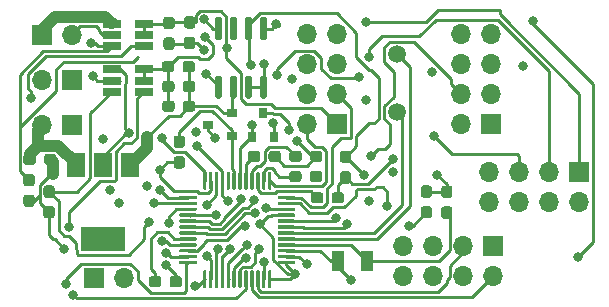
<source format=gbr>
%TF.GenerationSoftware,KiCad,Pcbnew,(5.1.6-0-10_14)*%
%TF.CreationDate,2020-07-31T15:00:41-05:00*%
%TF.ProjectId,final_fingerprint_sensor,66696e61-6c5f-4666-996e-676572707269,rev?*%
%TF.SameCoordinates,Original*%
%TF.FileFunction,Copper,L1,Top*%
%TF.FilePolarity,Positive*%
%FSLAX46Y46*%
G04 Gerber Fmt 4.6, Leading zero omitted, Abs format (unit mm)*
G04 Created by KiCad (PCBNEW (5.1.6-0-10_14)) date 2020-07-31 15:00:41*
%MOMM*%
%LPD*%
G01*
G04 APERTURE LIST*
%TA.AperFunction,ComponentPad*%
%ADD10R,1.700000X1.700000*%
%TD*%
%TA.AperFunction,ComponentPad*%
%ADD11O,1.700000X1.700000*%
%TD*%
%TA.AperFunction,SMDPad,CuDef*%
%ADD12R,0.900000X0.800000*%
%TD*%
%TA.AperFunction,SMDPad,CuDef*%
%ADD13R,0.800000X0.900000*%
%TD*%
%TA.AperFunction,SMDPad,CuDef*%
%ADD14R,3.800000X2.000000*%
%TD*%
%TA.AperFunction,SMDPad,CuDef*%
%ADD15R,1.500000X2.000000*%
%TD*%
%TA.AperFunction,SMDPad,CuDef*%
%ADD16R,1.560000X0.650000*%
%TD*%
%TA.AperFunction,ComponentPad*%
%ADD17C,1.500000*%
%TD*%
%TA.AperFunction,SMDPad,CuDef*%
%ADD18R,1.000000X1.800000*%
%TD*%
%TA.AperFunction,ViaPad*%
%ADD19C,0.800000*%
%TD*%
%TA.AperFunction,Conductor*%
%ADD20C,0.250000*%
%TD*%
%TA.AperFunction,Conductor*%
%ADD21C,1.000000*%
%TD*%
G04 APERTURE END LIST*
%TO.P,U3,1*%
%TO.N,+3V3*%
%TA.AperFunction,SMDPad,CuDef*%
G36*
G01*
X133675000Y-77600000D02*
X133675000Y-77750000D01*
G75*
G02*
X133600000Y-77825000I-75000J0D01*
G01*
X132275000Y-77825000D01*
G75*
G02*
X132200000Y-77750000I0J75000D01*
G01*
X132200000Y-77600000D01*
G75*
G02*
X132275000Y-77525000I75000J0D01*
G01*
X133600000Y-77525000D01*
G75*
G02*
X133675000Y-77600000I0J-75000D01*
G01*
G37*
%TD.AperFunction*%
%TO.P,U3,2*%
%TO.N,/INT1*%
%TA.AperFunction,SMDPad,CuDef*%
G36*
G01*
X133675000Y-77100000D02*
X133675000Y-77250000D01*
G75*
G02*
X133600000Y-77325000I-75000J0D01*
G01*
X132275000Y-77325000D01*
G75*
G02*
X132200000Y-77250000I0J75000D01*
G01*
X132200000Y-77100000D01*
G75*
G02*
X132275000Y-77025000I75000J0D01*
G01*
X133600000Y-77025000D01*
G75*
G02*
X133675000Y-77100000I0J-75000D01*
G01*
G37*
%TD.AperFunction*%
%TO.P,U3,3*%
%TO.N,/XTAL1*%
%TA.AperFunction,SMDPad,CuDef*%
G36*
G01*
X133675000Y-76600000D02*
X133675000Y-76750000D01*
G75*
G02*
X133600000Y-76825000I-75000J0D01*
G01*
X132275000Y-76825000D01*
G75*
G02*
X132200000Y-76750000I0J75000D01*
G01*
X132200000Y-76600000D01*
G75*
G02*
X132275000Y-76525000I75000J0D01*
G01*
X133600000Y-76525000D01*
G75*
G02*
X133675000Y-76600000I0J-75000D01*
G01*
G37*
%TD.AperFunction*%
%TO.P,U3,4*%
%TO.N,/XTAL2*%
%TA.AperFunction,SMDPad,CuDef*%
G36*
G01*
X133675000Y-76100000D02*
X133675000Y-76250000D01*
G75*
G02*
X133600000Y-76325000I-75000J0D01*
G01*
X132275000Y-76325000D01*
G75*
G02*
X132200000Y-76250000I0J75000D01*
G01*
X132200000Y-76100000D01*
G75*
G02*
X132275000Y-76025000I75000J0D01*
G01*
X133600000Y-76025000D01*
G75*
G02*
X133675000Y-76100000I0J-75000D01*
G01*
G37*
%TD.AperFunction*%
%TO.P,U3,5*%
%TO.N,/XTAL1_HI*%
%TA.AperFunction,SMDPad,CuDef*%
G36*
G01*
X133675000Y-75600000D02*
X133675000Y-75750000D01*
G75*
G02*
X133600000Y-75825000I-75000J0D01*
G01*
X132275000Y-75825000D01*
G75*
G02*
X132200000Y-75750000I0J75000D01*
G01*
X132200000Y-75600000D01*
G75*
G02*
X132275000Y-75525000I75000J0D01*
G01*
X133600000Y-75525000D01*
G75*
G02*
X133675000Y-75600000I0J-75000D01*
G01*
G37*
%TD.AperFunction*%
%TO.P,U3,6*%
%TO.N,/XTAL2_HI*%
%TA.AperFunction,SMDPad,CuDef*%
G36*
G01*
X133675000Y-75100000D02*
X133675000Y-75250000D01*
G75*
G02*
X133600000Y-75325000I-75000J0D01*
G01*
X132275000Y-75325000D01*
G75*
G02*
X132200000Y-75250000I0J75000D01*
G01*
X132200000Y-75100000D01*
G75*
G02*
X132275000Y-75025000I75000J0D01*
G01*
X133600000Y-75025000D01*
G75*
G02*
X133675000Y-75100000I0J-75000D01*
G01*
G37*
%TD.AperFunction*%
%TO.P,U3,7*%
%TO.N,/RST*%
%TA.AperFunction,SMDPad,CuDef*%
G36*
G01*
X133675000Y-74600000D02*
X133675000Y-74750000D01*
G75*
G02*
X133600000Y-74825000I-75000J0D01*
G01*
X132275000Y-74825000D01*
G75*
G02*
X132200000Y-74750000I0J75000D01*
G01*
X132200000Y-74600000D01*
G75*
G02*
X132275000Y-74525000I75000J0D01*
G01*
X133600000Y-74525000D01*
G75*
G02*
X133675000Y-74600000I0J-75000D01*
G01*
G37*
%TD.AperFunction*%
%TO.P,U3,8*%
%TO.N,GND*%
%TA.AperFunction,SMDPad,CuDef*%
G36*
G01*
X133675000Y-74100000D02*
X133675000Y-74250000D01*
G75*
G02*
X133600000Y-74325000I-75000J0D01*
G01*
X132275000Y-74325000D01*
G75*
G02*
X132200000Y-74250000I0J75000D01*
G01*
X132200000Y-74100000D01*
G75*
G02*
X132275000Y-74025000I75000J0D01*
G01*
X133600000Y-74025000D01*
G75*
G02*
X133675000Y-74100000I0J-75000D01*
G01*
G37*
%TD.AperFunction*%
%TO.P,U3,9*%
%TO.N,+3V3*%
%TA.AperFunction,SMDPad,CuDef*%
G36*
G01*
X133675000Y-73600000D02*
X133675000Y-73750000D01*
G75*
G02*
X133600000Y-73825000I-75000J0D01*
G01*
X132275000Y-73825000D01*
G75*
G02*
X132200000Y-73750000I0J75000D01*
G01*
X132200000Y-73600000D01*
G75*
G02*
X132275000Y-73525000I75000J0D01*
G01*
X133600000Y-73525000D01*
G75*
G02*
X133675000Y-73600000I0J-75000D01*
G01*
G37*
%TD.AperFunction*%
%TO.P,U3,10*%
%TO.N,/INT2*%
%TA.AperFunction,SMDPad,CuDef*%
G36*
G01*
X133675000Y-73100000D02*
X133675000Y-73250000D01*
G75*
G02*
X133600000Y-73325000I-75000J0D01*
G01*
X132275000Y-73325000D01*
G75*
G02*
X132200000Y-73250000I0J75000D01*
G01*
X132200000Y-73100000D01*
G75*
G02*
X132275000Y-73025000I75000J0D01*
G01*
X133600000Y-73025000D01*
G75*
G02*
X133675000Y-73100000I0J-75000D01*
G01*
G37*
%TD.AperFunction*%
%TO.P,U3,11*%
%TO.N,/KEYPAD_C4*%
%TA.AperFunction,SMDPad,CuDef*%
G36*
G01*
X133675000Y-72600000D02*
X133675000Y-72750000D01*
G75*
G02*
X133600000Y-72825000I-75000J0D01*
G01*
X132275000Y-72825000D01*
G75*
G02*
X132200000Y-72750000I0J75000D01*
G01*
X132200000Y-72600000D01*
G75*
G02*
X132275000Y-72525000I75000J0D01*
G01*
X133600000Y-72525000D01*
G75*
G02*
X133675000Y-72600000I0J-75000D01*
G01*
G37*
%TD.AperFunction*%
%TO.P,U3,12*%
%TO.N,/USART2_TX_FROM_STM*%
%TA.AperFunction,SMDPad,CuDef*%
G36*
G01*
X133675000Y-72100000D02*
X133675000Y-72250000D01*
G75*
G02*
X133600000Y-72325000I-75000J0D01*
G01*
X132275000Y-72325000D01*
G75*
G02*
X132200000Y-72250000I0J75000D01*
G01*
X132200000Y-72100000D01*
G75*
G02*
X132275000Y-72025000I75000J0D01*
G01*
X133600000Y-72025000D01*
G75*
G02*
X133675000Y-72100000I0J-75000D01*
G01*
G37*
%TD.AperFunction*%
%TO.P,U3,13*%
%TO.N,/USART2_RX_FROM_STM*%
%TA.AperFunction,SMDPad,CuDef*%
G36*
G01*
X131675000Y-70100000D02*
X131675000Y-71425000D01*
G75*
G02*
X131600000Y-71500000I-75000J0D01*
G01*
X131450000Y-71500000D01*
G75*
G02*
X131375000Y-71425000I0J75000D01*
G01*
X131375000Y-70100000D01*
G75*
G02*
X131450000Y-70025000I75000J0D01*
G01*
X131600000Y-70025000D01*
G75*
G02*
X131675000Y-70100000I0J-75000D01*
G01*
G37*
%TD.AperFunction*%
%TO.P,U3,14*%
%TO.N,/SPI1_NSS*%
%TA.AperFunction,SMDPad,CuDef*%
G36*
G01*
X131175000Y-70100000D02*
X131175000Y-71425000D01*
G75*
G02*
X131100000Y-71500000I-75000J0D01*
G01*
X130950000Y-71500000D01*
G75*
G02*
X130875000Y-71425000I0J75000D01*
G01*
X130875000Y-70100000D01*
G75*
G02*
X130950000Y-70025000I75000J0D01*
G01*
X131100000Y-70025000D01*
G75*
G02*
X131175000Y-70100000I0J-75000D01*
G01*
G37*
%TD.AperFunction*%
%TO.P,U3,15*%
%TO.N,/SPI1_SCK*%
%TA.AperFunction,SMDPad,CuDef*%
G36*
G01*
X130675000Y-70100000D02*
X130675000Y-71425000D01*
G75*
G02*
X130600000Y-71500000I-75000J0D01*
G01*
X130450000Y-71500000D01*
G75*
G02*
X130375000Y-71425000I0J75000D01*
G01*
X130375000Y-70100000D01*
G75*
G02*
X130450000Y-70025000I75000J0D01*
G01*
X130600000Y-70025000D01*
G75*
G02*
X130675000Y-70100000I0J-75000D01*
G01*
G37*
%TD.AperFunction*%
%TO.P,U3,16*%
%TO.N,/SPI1_MISO*%
%TA.AperFunction,SMDPad,CuDef*%
G36*
G01*
X130175000Y-70100000D02*
X130175000Y-71425000D01*
G75*
G02*
X130100000Y-71500000I-75000J0D01*
G01*
X129950000Y-71500000D01*
G75*
G02*
X129875000Y-71425000I0J75000D01*
G01*
X129875000Y-70100000D01*
G75*
G02*
X129950000Y-70025000I75000J0D01*
G01*
X130100000Y-70025000D01*
G75*
G02*
X130175000Y-70100000I0J-75000D01*
G01*
G37*
%TD.AperFunction*%
%TO.P,U3,17*%
%TO.N,/SPI1_MOSI*%
%TA.AperFunction,SMDPad,CuDef*%
G36*
G01*
X129675000Y-70100000D02*
X129675000Y-71425000D01*
G75*
G02*
X129600000Y-71500000I-75000J0D01*
G01*
X129450000Y-71500000D01*
G75*
G02*
X129375000Y-71425000I0J75000D01*
G01*
X129375000Y-70100000D01*
G75*
G02*
X129450000Y-70025000I75000J0D01*
G01*
X129600000Y-70025000D01*
G75*
G02*
X129675000Y-70100000I0J-75000D01*
G01*
G37*
%TD.AperFunction*%
%TO.P,U3,18*%
%TO.N,/RED_LED*%
%TA.AperFunction,SMDPad,CuDef*%
G36*
G01*
X129175000Y-70100000D02*
X129175000Y-71425000D01*
G75*
G02*
X129100000Y-71500000I-75000J0D01*
G01*
X128950000Y-71500000D01*
G75*
G02*
X128875000Y-71425000I0J75000D01*
G01*
X128875000Y-70100000D01*
G75*
G02*
X128950000Y-70025000I75000J0D01*
G01*
X129100000Y-70025000D01*
G75*
G02*
X129175000Y-70100000I0J-75000D01*
G01*
G37*
%TD.AperFunction*%
%TO.P,U3,19*%
%TO.N,/GRN_LED*%
%TA.AperFunction,SMDPad,CuDef*%
G36*
G01*
X128675000Y-70100000D02*
X128675000Y-71425000D01*
G75*
G02*
X128600000Y-71500000I-75000J0D01*
G01*
X128450000Y-71500000D01*
G75*
G02*
X128375000Y-71425000I0J75000D01*
G01*
X128375000Y-70100000D01*
G75*
G02*
X128450000Y-70025000I75000J0D01*
G01*
X128600000Y-70025000D01*
G75*
G02*
X128675000Y-70100000I0J-75000D01*
G01*
G37*
%TD.AperFunction*%
%TO.P,U3,20*%
%TO.N,Net-(U3-Pad20)*%
%TA.AperFunction,SMDPad,CuDef*%
G36*
G01*
X128175000Y-70100000D02*
X128175000Y-71425000D01*
G75*
G02*
X128100000Y-71500000I-75000J0D01*
G01*
X127950000Y-71500000D01*
G75*
G02*
X127875000Y-71425000I0J75000D01*
G01*
X127875000Y-70100000D01*
G75*
G02*
X127950000Y-70025000I75000J0D01*
G01*
X128100000Y-70025000D01*
G75*
G02*
X128175000Y-70100000I0J-75000D01*
G01*
G37*
%TD.AperFunction*%
%TO.P,U3,21*%
%TO.N,/FINGER_PWR_ON*%
%TA.AperFunction,SMDPad,CuDef*%
G36*
G01*
X127675000Y-70100000D02*
X127675000Y-71425000D01*
G75*
G02*
X127600000Y-71500000I-75000J0D01*
G01*
X127450000Y-71500000D01*
G75*
G02*
X127375000Y-71425000I0J75000D01*
G01*
X127375000Y-70100000D01*
G75*
G02*
X127450000Y-70025000I75000J0D01*
G01*
X127600000Y-70025000D01*
G75*
G02*
X127675000Y-70100000I0J-75000D01*
G01*
G37*
%TD.AperFunction*%
%TO.P,U3,22*%
%TO.N,/FINGER_IO*%
%TA.AperFunction,SMDPad,CuDef*%
G36*
G01*
X127175000Y-70100000D02*
X127175000Y-71425000D01*
G75*
G02*
X127100000Y-71500000I-75000J0D01*
G01*
X126950000Y-71500000D01*
G75*
G02*
X126875000Y-71425000I0J75000D01*
G01*
X126875000Y-70100000D01*
G75*
G02*
X126950000Y-70025000I75000J0D01*
G01*
X127100000Y-70025000D01*
G75*
G02*
X127175000Y-70100000I0J-75000D01*
G01*
G37*
%TD.AperFunction*%
%TO.P,U3,23*%
%TO.N,GND*%
%TA.AperFunction,SMDPad,CuDef*%
G36*
G01*
X126675000Y-70100000D02*
X126675000Y-71425000D01*
G75*
G02*
X126600000Y-71500000I-75000J0D01*
G01*
X126450000Y-71500000D01*
G75*
G02*
X126375000Y-71425000I0J75000D01*
G01*
X126375000Y-70100000D01*
G75*
G02*
X126450000Y-70025000I75000J0D01*
G01*
X126600000Y-70025000D01*
G75*
G02*
X126675000Y-70100000I0J-75000D01*
G01*
G37*
%TD.AperFunction*%
%TO.P,U3,24*%
%TO.N,+3V3*%
%TA.AperFunction,SMDPad,CuDef*%
G36*
G01*
X126175000Y-70100000D02*
X126175000Y-71425000D01*
G75*
G02*
X126100000Y-71500000I-75000J0D01*
G01*
X125950000Y-71500000D01*
G75*
G02*
X125875000Y-71425000I0J75000D01*
G01*
X125875000Y-70100000D01*
G75*
G02*
X125950000Y-70025000I75000J0D01*
G01*
X126100000Y-70025000D01*
G75*
G02*
X126175000Y-70100000I0J-75000D01*
G01*
G37*
%TD.AperFunction*%
%TO.P,U3,25*%
%TO.N,/KEYPAD_R4*%
%TA.AperFunction,SMDPad,CuDef*%
G36*
G01*
X125350000Y-72100000D02*
X125350000Y-72250000D01*
G75*
G02*
X125275000Y-72325000I-75000J0D01*
G01*
X123950000Y-72325000D01*
G75*
G02*
X123875000Y-72250000I0J75000D01*
G01*
X123875000Y-72100000D01*
G75*
G02*
X123950000Y-72025000I75000J0D01*
G01*
X125275000Y-72025000D01*
G75*
G02*
X125350000Y-72100000I0J-75000D01*
G01*
G37*
%TD.AperFunction*%
%TO.P,U3,26*%
%TO.N,/KEYPAD_C1*%
%TA.AperFunction,SMDPad,CuDef*%
G36*
G01*
X125350000Y-72600000D02*
X125350000Y-72750000D01*
G75*
G02*
X125275000Y-72825000I-75000J0D01*
G01*
X123950000Y-72825000D01*
G75*
G02*
X123875000Y-72750000I0J75000D01*
G01*
X123875000Y-72600000D01*
G75*
G02*
X123950000Y-72525000I75000J0D01*
G01*
X125275000Y-72525000D01*
G75*
G02*
X125350000Y-72600000I0J-75000D01*
G01*
G37*
%TD.AperFunction*%
%TO.P,U3,27*%
%TO.N,/KEYPAD_C2*%
%TA.AperFunction,SMDPad,CuDef*%
G36*
G01*
X125350000Y-73100000D02*
X125350000Y-73250000D01*
G75*
G02*
X125275000Y-73325000I-75000J0D01*
G01*
X123950000Y-73325000D01*
G75*
G02*
X123875000Y-73250000I0J75000D01*
G01*
X123875000Y-73100000D01*
G75*
G02*
X123950000Y-73025000I75000J0D01*
G01*
X125275000Y-73025000D01*
G75*
G02*
X125350000Y-73100000I0J-75000D01*
G01*
G37*
%TD.AperFunction*%
%TO.P,U3,28*%
%TO.N,/KEYPAD_C3*%
%TA.AperFunction,SMDPad,CuDef*%
G36*
G01*
X125350000Y-73600000D02*
X125350000Y-73750000D01*
G75*
G02*
X125275000Y-73825000I-75000J0D01*
G01*
X123950000Y-73825000D01*
G75*
G02*
X123875000Y-73750000I0J75000D01*
G01*
X123875000Y-73600000D01*
G75*
G02*
X123950000Y-73525000I75000J0D01*
G01*
X125275000Y-73525000D01*
G75*
G02*
X125350000Y-73600000I0J-75000D01*
G01*
G37*
%TD.AperFunction*%
%TO.P,U3,29*%
%TO.N,/DISP_DATA_CMD_CTRL*%
%TA.AperFunction,SMDPad,CuDef*%
G36*
G01*
X125350000Y-74100000D02*
X125350000Y-74250000D01*
G75*
G02*
X125275000Y-74325000I-75000J0D01*
G01*
X123950000Y-74325000D01*
G75*
G02*
X123875000Y-74250000I0J75000D01*
G01*
X123875000Y-74100000D01*
G75*
G02*
X123950000Y-74025000I75000J0D01*
G01*
X125275000Y-74025000D01*
G75*
G02*
X125350000Y-74100000I0J-75000D01*
G01*
G37*
%TD.AperFunction*%
%TO.P,U3,30*%
%TO.N,/DISP_RESET_N*%
%TA.AperFunction,SMDPad,CuDef*%
G36*
G01*
X125350000Y-74600000D02*
X125350000Y-74750000D01*
G75*
G02*
X125275000Y-74825000I-75000J0D01*
G01*
X123950000Y-74825000D01*
G75*
G02*
X123875000Y-74750000I0J75000D01*
G01*
X123875000Y-74600000D01*
G75*
G02*
X123950000Y-74525000I75000J0D01*
G01*
X125275000Y-74525000D01*
G75*
G02*
X125350000Y-74600000I0J-75000D01*
G01*
G37*
%TD.AperFunction*%
%TO.P,U3,31*%
%TO.N,/DISP_BUSY*%
%TA.AperFunction,SMDPad,CuDef*%
G36*
G01*
X125350000Y-75100000D02*
X125350000Y-75250000D01*
G75*
G02*
X125275000Y-75325000I-75000J0D01*
G01*
X123950000Y-75325000D01*
G75*
G02*
X123875000Y-75250000I0J75000D01*
G01*
X123875000Y-75100000D01*
G75*
G02*
X123950000Y-75025000I75000J0D01*
G01*
X125275000Y-75025000D01*
G75*
G02*
X125350000Y-75100000I0J-75000D01*
G01*
G37*
%TD.AperFunction*%
%TO.P,U3,32*%
%TO.N,/DISP_CSN_BACKUP*%
%TA.AperFunction,SMDPad,CuDef*%
G36*
G01*
X125350000Y-75600000D02*
X125350000Y-75750000D01*
G75*
G02*
X125275000Y-75825000I-75000J0D01*
G01*
X123950000Y-75825000D01*
G75*
G02*
X123875000Y-75750000I0J75000D01*
G01*
X123875000Y-75600000D01*
G75*
G02*
X123950000Y-75525000I75000J0D01*
G01*
X125275000Y-75525000D01*
G75*
G02*
X125350000Y-75600000I0J-75000D01*
G01*
G37*
%TD.AperFunction*%
%TO.P,U3,33*%
%TO.N,/DISP_PWR_ON*%
%TA.AperFunction,SMDPad,CuDef*%
G36*
G01*
X125350000Y-76100000D02*
X125350000Y-76250000D01*
G75*
G02*
X125275000Y-76325000I-75000J0D01*
G01*
X123950000Y-76325000D01*
G75*
G02*
X123875000Y-76250000I0J75000D01*
G01*
X123875000Y-76100000D01*
G75*
G02*
X123950000Y-76025000I75000J0D01*
G01*
X125275000Y-76025000D01*
G75*
G02*
X125350000Y-76100000I0J-75000D01*
G01*
G37*
%TD.AperFunction*%
%TO.P,U3,34*%
%TO.N,/SWDIO*%
%TA.AperFunction,SMDPad,CuDef*%
G36*
G01*
X125350000Y-76600000D02*
X125350000Y-76750000D01*
G75*
G02*
X125275000Y-76825000I-75000J0D01*
G01*
X123950000Y-76825000D01*
G75*
G02*
X123875000Y-76750000I0J75000D01*
G01*
X123875000Y-76600000D01*
G75*
G02*
X123950000Y-76525000I75000J0D01*
G01*
X125275000Y-76525000D01*
G75*
G02*
X125350000Y-76600000I0J-75000D01*
G01*
G37*
%TD.AperFunction*%
%TO.P,U3,35*%
%TO.N,GND*%
%TA.AperFunction,SMDPad,CuDef*%
G36*
G01*
X125350000Y-77100000D02*
X125350000Y-77250000D01*
G75*
G02*
X125275000Y-77325000I-75000J0D01*
G01*
X123950000Y-77325000D01*
G75*
G02*
X123875000Y-77250000I0J75000D01*
G01*
X123875000Y-77100000D01*
G75*
G02*
X123950000Y-77025000I75000J0D01*
G01*
X125275000Y-77025000D01*
G75*
G02*
X125350000Y-77100000I0J-75000D01*
G01*
G37*
%TD.AperFunction*%
%TO.P,U3,36*%
%TO.N,+3V3*%
%TA.AperFunction,SMDPad,CuDef*%
G36*
G01*
X125350000Y-77600000D02*
X125350000Y-77750000D01*
G75*
G02*
X125275000Y-77825000I-75000J0D01*
G01*
X123950000Y-77825000D01*
G75*
G02*
X123875000Y-77750000I0J75000D01*
G01*
X123875000Y-77600000D01*
G75*
G02*
X123950000Y-77525000I75000J0D01*
G01*
X125275000Y-77525000D01*
G75*
G02*
X125350000Y-77600000I0J-75000D01*
G01*
G37*
%TD.AperFunction*%
%TO.P,U3,37*%
%TO.N,/SWCLK*%
%TA.AperFunction,SMDPad,CuDef*%
G36*
G01*
X126175000Y-78425000D02*
X126175000Y-79750000D01*
G75*
G02*
X126100000Y-79825000I-75000J0D01*
G01*
X125950000Y-79825000D01*
G75*
G02*
X125875000Y-79750000I0J75000D01*
G01*
X125875000Y-78425000D01*
G75*
G02*
X125950000Y-78350000I75000J0D01*
G01*
X126100000Y-78350000D01*
G75*
G02*
X126175000Y-78425000I0J-75000D01*
G01*
G37*
%TD.AperFunction*%
%TO.P,U3,38*%
%TO.N,/TDI*%
%TA.AperFunction,SMDPad,CuDef*%
G36*
G01*
X126675000Y-78425000D02*
X126675000Y-79750000D01*
G75*
G02*
X126600000Y-79825000I-75000J0D01*
G01*
X126450000Y-79825000D01*
G75*
G02*
X126375000Y-79750000I0J75000D01*
G01*
X126375000Y-78425000D01*
G75*
G02*
X126450000Y-78350000I75000J0D01*
G01*
X126600000Y-78350000D01*
G75*
G02*
X126675000Y-78425000I0J-75000D01*
G01*
G37*
%TD.AperFunction*%
%TO.P,U3,39*%
%TO.N,/SWO*%
%TA.AperFunction,SMDPad,CuDef*%
G36*
G01*
X127175000Y-78425000D02*
X127175000Y-79750000D01*
G75*
G02*
X127100000Y-79825000I-75000J0D01*
G01*
X126950000Y-79825000D01*
G75*
G02*
X126875000Y-79750000I0J75000D01*
G01*
X126875000Y-78425000D01*
G75*
G02*
X126950000Y-78350000I75000J0D01*
G01*
X127100000Y-78350000D01*
G75*
G02*
X127175000Y-78425000I0J-75000D01*
G01*
G37*
%TD.AperFunction*%
%TO.P,U3,40*%
%TO.N,/NJTRST*%
%TA.AperFunction,SMDPad,CuDef*%
G36*
G01*
X127675000Y-78425000D02*
X127675000Y-79750000D01*
G75*
G02*
X127600000Y-79825000I-75000J0D01*
G01*
X127450000Y-79825000D01*
G75*
G02*
X127375000Y-79750000I0J75000D01*
G01*
X127375000Y-78425000D01*
G75*
G02*
X127450000Y-78350000I75000J0D01*
G01*
X127600000Y-78350000D01*
G75*
G02*
X127675000Y-78425000I0J-75000D01*
G01*
G37*
%TD.AperFunction*%
%TO.P,U3,41*%
%TO.N,/KEYPAD_R1*%
%TA.AperFunction,SMDPad,CuDef*%
G36*
G01*
X128175000Y-78425000D02*
X128175000Y-79750000D01*
G75*
G02*
X128100000Y-79825000I-75000J0D01*
G01*
X127950000Y-79825000D01*
G75*
G02*
X127875000Y-79750000I0J75000D01*
G01*
X127875000Y-78425000D01*
G75*
G02*
X127950000Y-78350000I75000J0D01*
G01*
X128100000Y-78350000D01*
G75*
G02*
X128175000Y-78425000I0J-75000D01*
G01*
G37*
%TD.AperFunction*%
%TO.P,U3,42*%
%TO.N,/I2C1_SCL*%
%TA.AperFunction,SMDPad,CuDef*%
G36*
G01*
X128675000Y-78425000D02*
X128675000Y-79750000D01*
G75*
G02*
X128600000Y-79825000I-75000J0D01*
G01*
X128450000Y-79825000D01*
G75*
G02*
X128375000Y-79750000I0J75000D01*
G01*
X128375000Y-78425000D01*
G75*
G02*
X128450000Y-78350000I75000J0D01*
G01*
X128600000Y-78350000D01*
G75*
G02*
X128675000Y-78425000I0J-75000D01*
G01*
G37*
%TD.AperFunction*%
%TO.P,U3,43*%
%TO.N,/I2C1_SDA*%
%TA.AperFunction,SMDPad,CuDef*%
G36*
G01*
X129175000Y-78425000D02*
X129175000Y-79750000D01*
G75*
G02*
X129100000Y-79825000I-75000J0D01*
G01*
X128950000Y-79825000D01*
G75*
G02*
X128875000Y-79750000I0J75000D01*
G01*
X128875000Y-78425000D01*
G75*
G02*
X128950000Y-78350000I75000J0D01*
G01*
X129100000Y-78350000D01*
G75*
G02*
X129175000Y-78425000I0J-75000D01*
G01*
G37*
%TD.AperFunction*%
%TO.P,U3,44*%
%TO.N,Net-(R20-Pad1)*%
%TA.AperFunction,SMDPad,CuDef*%
G36*
G01*
X129675000Y-78425000D02*
X129675000Y-79750000D01*
G75*
G02*
X129600000Y-79825000I-75000J0D01*
G01*
X129450000Y-79825000D01*
G75*
G02*
X129375000Y-79750000I0J75000D01*
G01*
X129375000Y-78425000D01*
G75*
G02*
X129450000Y-78350000I75000J0D01*
G01*
X129600000Y-78350000D01*
G75*
G02*
X129675000Y-78425000I0J-75000D01*
G01*
G37*
%TD.AperFunction*%
%TO.P,U3,45*%
%TO.N,/KEYPAD_R2*%
%TA.AperFunction,SMDPad,CuDef*%
G36*
G01*
X130175000Y-78425000D02*
X130175000Y-79750000D01*
G75*
G02*
X130100000Y-79825000I-75000J0D01*
G01*
X129950000Y-79825000D01*
G75*
G02*
X129875000Y-79750000I0J75000D01*
G01*
X129875000Y-78425000D01*
G75*
G02*
X129950000Y-78350000I75000J0D01*
G01*
X130100000Y-78350000D01*
G75*
G02*
X130175000Y-78425000I0J-75000D01*
G01*
G37*
%TD.AperFunction*%
%TO.P,U3,46*%
%TO.N,/KEYPAD_R3*%
%TA.AperFunction,SMDPad,CuDef*%
G36*
G01*
X130675000Y-78425000D02*
X130675000Y-79750000D01*
G75*
G02*
X130600000Y-79825000I-75000J0D01*
G01*
X130450000Y-79825000D01*
G75*
G02*
X130375000Y-79750000I0J75000D01*
G01*
X130375000Y-78425000D01*
G75*
G02*
X130450000Y-78350000I75000J0D01*
G01*
X130600000Y-78350000D01*
G75*
G02*
X130675000Y-78425000I0J-75000D01*
G01*
G37*
%TD.AperFunction*%
%TO.P,U3,47*%
%TO.N,GND*%
%TA.AperFunction,SMDPad,CuDef*%
G36*
G01*
X131175000Y-78425000D02*
X131175000Y-79750000D01*
G75*
G02*
X131100000Y-79825000I-75000J0D01*
G01*
X130950000Y-79825000D01*
G75*
G02*
X130875000Y-79750000I0J75000D01*
G01*
X130875000Y-78425000D01*
G75*
G02*
X130950000Y-78350000I75000J0D01*
G01*
X131100000Y-78350000D01*
G75*
G02*
X131175000Y-78425000I0J-75000D01*
G01*
G37*
%TD.AperFunction*%
%TO.P,U3,48*%
%TO.N,+3V3*%
%TA.AperFunction,SMDPad,CuDef*%
G36*
G01*
X131675000Y-78425000D02*
X131675000Y-79750000D01*
G75*
G02*
X131600000Y-79825000I-75000J0D01*
G01*
X131450000Y-79825000D01*
G75*
G02*
X131375000Y-79750000I0J75000D01*
G01*
X131375000Y-78425000D01*
G75*
G02*
X131450000Y-78350000I75000J0D01*
G01*
X131600000Y-78350000D01*
G75*
G02*
X131675000Y-78425000I0J-75000D01*
G01*
G37*
%TD.AperFunction*%
%TD*%
%TO.P,C14,2*%
%TO.N,GND*%
%TA.AperFunction,SMDPad,CuDef*%
G36*
G01*
X124175000Y-64687500D02*
X124175000Y-64212500D01*
G75*
G02*
X124412500Y-63975000I237500J0D01*
G01*
X124987500Y-63975000D01*
G75*
G02*
X125225000Y-64212500I0J-237500D01*
G01*
X125225000Y-64687500D01*
G75*
G02*
X124987500Y-64925000I-237500J0D01*
G01*
X124412500Y-64925000D01*
G75*
G02*
X124175000Y-64687500I0J237500D01*
G01*
G37*
%TD.AperFunction*%
%TO.P,C14,1*%
%TO.N,/DISP_VCC*%
%TA.AperFunction,SMDPad,CuDef*%
G36*
G01*
X122425000Y-64687500D02*
X122425000Y-64212500D01*
G75*
G02*
X122662500Y-63975000I237500J0D01*
G01*
X123237500Y-63975000D01*
G75*
G02*
X123475000Y-64212500I0J-237500D01*
G01*
X123475000Y-64687500D01*
G75*
G02*
X123237500Y-64925000I-237500J0D01*
G01*
X122662500Y-64925000D01*
G75*
G02*
X122425000Y-64687500I0J237500D01*
G01*
G37*
%TD.AperFunction*%
%TD*%
D10*
%TO.P,J1,1*%
%TO.N,/FINGER_VCC*%
X137248900Y-65991740D03*
D11*
%TO.P,J1,2*%
%TO.N,/USART2_RX_FROM_STM*%
X134708900Y-65991740D03*
%TO.P,J1,3*%
%TO.N,/USART2_TX_FROM_STM*%
X137248900Y-63451740D03*
%TO.P,J1,4*%
%TO.N,GND*%
X134708900Y-63451740D03*
%TO.P,J1,5*%
%TO.N,/INT2*%
X137248900Y-60911740D03*
%TO.P,J1,6*%
%TO.N,GND*%
X134708900Y-60911740D03*
%TO.P,J1,7*%
%TO.N,/INT1*%
X137248900Y-58371740D03*
%TO.P,J1,8*%
%TO.N,GND*%
X134708900Y-58371740D03*
%TD*%
%TO.P,J2,2*%
%TO.N,+5V*%
X112275000Y-62250000D03*
D10*
%TO.P,J2,1*%
%TO.N,Net-(J2-Pad1)*%
X114815000Y-62250000D03*
%TD*%
%TO.P,J3,1*%
%TO.N,Net-(J3-Pad1)*%
X114800000Y-66075000D03*
D11*
%TO.P,J3,2*%
%TO.N,+5V*%
X112260000Y-66075000D03*
%TD*%
%TO.P,J4,2*%
%TO.N,GND*%
X114808000Y-58420000D03*
D10*
%TO.P,J4,1*%
%TO.N,+5V*%
X112268000Y-58420000D03*
%TD*%
%TO.P,J5,1*%
%TO.N,GND*%
X116625000Y-79000000D03*
D11*
%TO.P,J5,2*%
%TO.N,/RST*%
X119165000Y-79000000D03*
%TD*%
%TO.P,J6,8*%
%TO.N,/DISP_BUSY*%
X150135000Y-72565000D03*
%TO.P,J6,7*%
%TO.N,/DISP_RESET_N*%
X150135000Y-70025000D03*
%TO.P,J6,6*%
%TO.N,/DISP_DATA_CMD_CTRL*%
X152675000Y-72565000D03*
%TO.P,J6,5*%
%TO.N,Net-(J6-Pad5)*%
X152675000Y-70025000D03*
%TO.P,J6,4*%
%TO.N,Net-(J6-Pad4)*%
X155215000Y-72565000D03*
%TO.P,J6,3*%
%TO.N,Net-(J6-Pad3)*%
X155215000Y-70025000D03*
%TO.P,J6,2*%
%TO.N,GND*%
X157755000Y-72565000D03*
D10*
%TO.P,J6,1*%
%TO.N,/DISP_VCC*%
X157755000Y-70025000D03*
%TD*%
%TO.P,J7,1*%
%TO.N,+3V3*%
X150290000Y-65930000D03*
D11*
%TO.P,J7,2*%
%TO.N,/SWDIO*%
X147750000Y-65930000D03*
%TO.P,J7,3*%
%TO.N,/SWCLK*%
X150290000Y-63390000D03*
%TO.P,J7,4*%
%TO.N,/SWO*%
X147750000Y-63390000D03*
%TO.P,J7,5*%
%TO.N,/NJTRST*%
X150290000Y-60850000D03*
%TO.P,J7,6*%
%TO.N,/TDI*%
X147750000Y-60850000D03*
%TO.P,J7,7*%
%TO.N,/FINGER_IO*%
X150290000Y-58310000D03*
%TO.P,J7,8*%
%TO.N,GND*%
X147750000Y-58310000D03*
%TD*%
%TO.P,J8,8*%
%TO.N,/KEYPAD_C4*%
X142855000Y-78790000D03*
%TO.P,J8,7*%
%TO.N,/KEYPAD_C3*%
X142855000Y-76250000D03*
%TO.P,J8,6*%
%TO.N,/KEYPAD_C2*%
X145395000Y-78790000D03*
%TO.P,J8,5*%
%TO.N,/KEYPAD_C1*%
X145395000Y-76250000D03*
%TO.P,J8,4*%
%TO.N,/KEYPAD_R4*%
X147935000Y-78790000D03*
%TO.P,J8,3*%
%TO.N,/KEYPAD_R3*%
X147935000Y-76250000D03*
%TO.P,J8,2*%
%TO.N,/KEYPAD_R2*%
X150475000Y-78790000D03*
D10*
%TO.P,J8,1*%
%TO.N,/KEYPAD_R1*%
X150475000Y-76250000D03*
%TD*%
D12*
%TO.P,Q1,3*%
%TO.N,Net-(Q1-Pad3)*%
X126325000Y-66000000D03*
%TO.P,Q1,2*%
%TO.N,GND*%
X128325000Y-65050000D03*
%TO.P,Q1,1*%
%TO.N,/GRN_LED*%
X128325000Y-66950000D03*
%TD*%
D13*
%TO.P,Q2,1*%
%TO.N,/RED_LED*%
X130000000Y-67025000D03*
%TO.P,Q2,2*%
%TO.N,GND*%
X131900000Y-67025000D03*
%TO.P,Q2,3*%
%TO.N,Net-(Q2-Pad3)*%
X130950000Y-65025000D03*
%TD*%
%TO.P,R7,2*%
%TO.N,GND*%
%TA.AperFunction,SMDPad,CuDef*%
G36*
G01*
X112612500Y-72900000D02*
X113087500Y-72900000D01*
G75*
G02*
X113325000Y-73137500I0J-237500D01*
G01*
X113325000Y-73712500D01*
G75*
G02*
X113087500Y-73950000I-237500J0D01*
G01*
X112612500Y-73950000D01*
G75*
G02*
X112375000Y-73712500I0J237500D01*
G01*
X112375000Y-73137500D01*
G75*
G02*
X112612500Y-72900000I237500J0D01*
G01*
G37*
%TD.AperFunction*%
%TO.P,R7,1*%
%TO.N,/DISP_PWR_ON*%
%TA.AperFunction,SMDPad,CuDef*%
G36*
G01*
X112612500Y-71150000D02*
X113087500Y-71150000D01*
G75*
G02*
X113325000Y-71387500I0J-237500D01*
G01*
X113325000Y-71962500D01*
G75*
G02*
X113087500Y-72200000I-237500J0D01*
G01*
X112612500Y-72200000D01*
G75*
G02*
X112375000Y-71962500I0J237500D01*
G01*
X112375000Y-71387500D01*
G75*
G02*
X112612500Y-71150000I237500J0D01*
G01*
G37*
%TD.AperFunction*%
%TD*%
%TO.P,R8,1*%
%TO.N,/FINGER_PWR_ON*%
%TA.AperFunction,SMDPad,CuDef*%
G36*
G01*
X110912500Y-70175000D02*
X111387500Y-70175000D01*
G75*
G02*
X111625000Y-70412500I0J-237500D01*
G01*
X111625000Y-70987500D01*
G75*
G02*
X111387500Y-71225000I-237500J0D01*
G01*
X110912500Y-71225000D01*
G75*
G02*
X110675000Y-70987500I0J237500D01*
G01*
X110675000Y-70412500D01*
G75*
G02*
X110912500Y-70175000I237500J0D01*
G01*
G37*
%TD.AperFunction*%
%TO.P,R8,2*%
%TO.N,GND*%
%TA.AperFunction,SMDPad,CuDef*%
G36*
G01*
X110912500Y-71925000D02*
X111387500Y-71925000D01*
G75*
G02*
X111625000Y-72162500I0J-237500D01*
G01*
X111625000Y-72737500D01*
G75*
G02*
X111387500Y-72975000I-237500J0D01*
G01*
X110912500Y-72975000D01*
G75*
G02*
X110675000Y-72737500I0J237500D01*
G01*
X110675000Y-72162500D01*
G75*
G02*
X110912500Y-71925000I237500J0D01*
G01*
G37*
%TD.AperFunction*%
%TD*%
%TO.P,R9,1*%
%TO.N,/DISP_VCC*%
%TA.AperFunction,SMDPad,CuDef*%
G36*
G01*
X122425000Y-63012500D02*
X122425000Y-62537500D01*
G75*
G02*
X122662500Y-62300000I237500J0D01*
G01*
X123237500Y-62300000D01*
G75*
G02*
X123475000Y-62537500I0J-237500D01*
G01*
X123475000Y-63012500D01*
G75*
G02*
X123237500Y-63250000I-237500J0D01*
G01*
X122662500Y-63250000D01*
G75*
G02*
X122425000Y-63012500I0J237500D01*
G01*
G37*
%TD.AperFunction*%
%TO.P,R9,2*%
%TO.N,GND*%
%TA.AperFunction,SMDPad,CuDef*%
G36*
G01*
X124175000Y-63012500D02*
X124175000Y-62537500D01*
G75*
G02*
X124412500Y-62300000I237500J0D01*
G01*
X124987500Y-62300000D01*
G75*
G02*
X125225000Y-62537500I0J-237500D01*
G01*
X125225000Y-63012500D01*
G75*
G02*
X124987500Y-63250000I-237500J0D01*
G01*
X124412500Y-63250000D01*
G75*
G02*
X124175000Y-63012500I0J237500D01*
G01*
G37*
%TD.AperFunction*%
%TD*%
%TO.P,R10,2*%
%TO.N,GND*%
%TA.AperFunction,SMDPad,CuDef*%
G36*
G01*
X122762500Y-58625000D02*
X123237500Y-58625000D01*
G75*
G02*
X123475000Y-58862500I0J-237500D01*
G01*
X123475000Y-59437500D01*
G75*
G02*
X123237500Y-59675000I-237500J0D01*
G01*
X122762500Y-59675000D01*
G75*
G02*
X122525000Y-59437500I0J237500D01*
G01*
X122525000Y-58862500D01*
G75*
G02*
X122762500Y-58625000I237500J0D01*
G01*
G37*
%TD.AperFunction*%
%TO.P,R10,1*%
%TO.N,/FINGER_VCC*%
%TA.AperFunction,SMDPad,CuDef*%
G36*
G01*
X122762500Y-56875000D02*
X123237500Y-56875000D01*
G75*
G02*
X123475000Y-57112500I0J-237500D01*
G01*
X123475000Y-57687500D01*
G75*
G02*
X123237500Y-57925000I-237500J0D01*
G01*
X122762500Y-57925000D01*
G75*
G02*
X122525000Y-57687500I0J237500D01*
G01*
X122525000Y-57112500D01*
G75*
G02*
X122762500Y-56875000I237500J0D01*
G01*
G37*
%TD.AperFunction*%
%TD*%
%TO.P,R11,2*%
%TO.N,/SPI1_SCK*%
%TA.AperFunction,SMDPad,CuDef*%
G36*
G01*
X136075000Y-71962500D02*
X136075000Y-72437500D01*
G75*
G02*
X135837500Y-72675000I-237500J0D01*
G01*
X135262500Y-72675000D01*
G75*
G02*
X135025000Y-72437500I0J237500D01*
G01*
X135025000Y-71962500D01*
G75*
G02*
X135262500Y-71725000I237500J0D01*
G01*
X135837500Y-71725000D01*
G75*
G02*
X136075000Y-71962500I0J-237500D01*
G01*
G37*
%TD.AperFunction*%
%TO.P,R11,1*%
%TO.N,Net-(J6-Pad4)*%
%TA.AperFunction,SMDPad,CuDef*%
G36*
G01*
X137825000Y-71962500D02*
X137825000Y-72437500D01*
G75*
G02*
X137587500Y-72675000I-237500J0D01*
G01*
X137012500Y-72675000D01*
G75*
G02*
X136775000Y-72437500I0J237500D01*
G01*
X136775000Y-71962500D01*
G75*
G02*
X137012500Y-71725000I237500J0D01*
G01*
X137587500Y-71725000D01*
G75*
G02*
X137825000Y-71962500I0J-237500D01*
G01*
G37*
%TD.AperFunction*%
%TD*%
%TO.P,R12,1*%
%TO.N,Net-(J6-Pad3)*%
%TA.AperFunction,SMDPad,CuDef*%
G36*
G01*
X136000000Y-68462500D02*
X136000000Y-68937500D01*
G75*
G02*
X135762500Y-69175000I-237500J0D01*
G01*
X135187500Y-69175000D01*
G75*
G02*
X134950000Y-68937500I0J237500D01*
G01*
X134950000Y-68462500D01*
G75*
G02*
X135187500Y-68225000I237500J0D01*
G01*
X135762500Y-68225000D01*
G75*
G02*
X136000000Y-68462500I0J-237500D01*
G01*
G37*
%TD.AperFunction*%
%TO.P,R12,2*%
%TO.N,/SPI1_MISO*%
%TA.AperFunction,SMDPad,CuDef*%
G36*
G01*
X134250000Y-68462500D02*
X134250000Y-68937500D01*
G75*
G02*
X134012500Y-69175000I-237500J0D01*
G01*
X133437500Y-69175000D01*
G75*
G02*
X133200000Y-68937500I0J237500D01*
G01*
X133200000Y-68462500D01*
G75*
G02*
X133437500Y-68225000I237500J0D01*
G01*
X134012500Y-68225000D01*
G75*
G02*
X134250000Y-68462500I0J-237500D01*
G01*
G37*
%TD.AperFunction*%
%TD*%
%TO.P,R13,2*%
%TO.N,/SPI1_MOSI*%
%TA.AperFunction,SMDPad,CuDef*%
G36*
G01*
X130725000Y-68462500D02*
X130725000Y-68937500D01*
G75*
G02*
X130487500Y-69175000I-237500J0D01*
G01*
X129912500Y-69175000D01*
G75*
G02*
X129675000Y-68937500I0J237500D01*
G01*
X129675000Y-68462500D01*
G75*
G02*
X129912500Y-68225000I237500J0D01*
G01*
X130487500Y-68225000D01*
G75*
G02*
X130725000Y-68462500I0J-237500D01*
G01*
G37*
%TD.AperFunction*%
%TO.P,R13,1*%
%TO.N,Net-(J6-Pad3)*%
%TA.AperFunction,SMDPad,CuDef*%
G36*
G01*
X132475000Y-68462500D02*
X132475000Y-68937500D01*
G75*
G02*
X132237500Y-69175000I-237500J0D01*
G01*
X131662500Y-69175000D01*
G75*
G02*
X131425000Y-68937500I0J237500D01*
G01*
X131425000Y-68462500D01*
G75*
G02*
X131662500Y-68225000I237500J0D01*
G01*
X132237500Y-68225000D01*
G75*
G02*
X132475000Y-68462500I0J-237500D01*
G01*
G37*
%TD.AperFunction*%
%TD*%
%TO.P,R15,2*%
%TO.N,/DISP_CSN_BACKUP*%
%TA.AperFunction,SMDPad,CuDef*%
G36*
G01*
X122350000Y-79062500D02*
X122350000Y-79537500D01*
G75*
G02*
X122112500Y-79775000I-237500J0D01*
G01*
X121537500Y-79775000D01*
G75*
G02*
X121300000Y-79537500I0J237500D01*
G01*
X121300000Y-79062500D01*
G75*
G02*
X121537500Y-78825000I237500J0D01*
G01*
X122112500Y-78825000D01*
G75*
G02*
X122350000Y-79062500I0J-237500D01*
G01*
G37*
%TD.AperFunction*%
%TO.P,R15,1*%
%TO.N,Net-(J6-Pad5)*%
%TA.AperFunction,SMDPad,CuDef*%
G36*
G01*
X124100000Y-79062500D02*
X124100000Y-79537500D01*
G75*
G02*
X123862500Y-79775000I-237500J0D01*
G01*
X123287500Y-79775000D01*
G75*
G02*
X123050000Y-79537500I0J237500D01*
G01*
X123050000Y-79062500D01*
G75*
G02*
X123287500Y-78825000I237500J0D01*
G01*
X123862500Y-78825000D01*
G75*
G02*
X124100000Y-79062500I0J-237500D01*
G01*
G37*
%TD.AperFunction*%
%TD*%
%TO.P,R16,1*%
%TO.N,/GRN_LED*%
%TA.AperFunction,SMDPad,CuDef*%
G36*
G01*
X123637500Y-66925000D02*
X124112500Y-66925000D01*
G75*
G02*
X124350000Y-67162500I0J-237500D01*
G01*
X124350000Y-67737500D01*
G75*
G02*
X124112500Y-67975000I-237500J0D01*
G01*
X123637500Y-67975000D01*
G75*
G02*
X123400000Y-67737500I0J237500D01*
G01*
X123400000Y-67162500D01*
G75*
G02*
X123637500Y-66925000I237500J0D01*
G01*
G37*
%TD.AperFunction*%
%TO.P,R16,2*%
%TO.N,GND*%
%TA.AperFunction,SMDPad,CuDef*%
G36*
G01*
X123637500Y-68675000D02*
X124112500Y-68675000D01*
G75*
G02*
X124350000Y-68912500I0J-237500D01*
G01*
X124350000Y-69487500D01*
G75*
G02*
X124112500Y-69725000I-237500J0D01*
G01*
X123637500Y-69725000D01*
G75*
G02*
X123400000Y-69487500I0J237500D01*
G01*
X123400000Y-68912500D01*
G75*
G02*
X123637500Y-68675000I237500J0D01*
G01*
G37*
%TD.AperFunction*%
%TD*%
%TO.P,R25,2*%
%TO.N,/I2C1_SCL*%
%TA.AperFunction,SMDPad,CuDef*%
G36*
G01*
X138187500Y-69250000D02*
X137712500Y-69250000D01*
G75*
G02*
X137475000Y-69012500I0J237500D01*
G01*
X137475000Y-68437500D01*
G75*
G02*
X137712500Y-68200000I237500J0D01*
G01*
X138187500Y-68200000D01*
G75*
G02*
X138425000Y-68437500I0J-237500D01*
G01*
X138425000Y-69012500D01*
G75*
G02*
X138187500Y-69250000I-237500J0D01*
G01*
G37*
%TD.AperFunction*%
%TO.P,R25,1*%
%TO.N,Net-(J6-Pad4)*%
%TA.AperFunction,SMDPad,CuDef*%
G36*
G01*
X138187500Y-71000000D02*
X137712500Y-71000000D01*
G75*
G02*
X137475000Y-70762500I0J237500D01*
G01*
X137475000Y-70187500D01*
G75*
G02*
X137712500Y-69950000I237500J0D01*
G01*
X138187500Y-69950000D01*
G75*
G02*
X138425000Y-70187500I0J-237500D01*
G01*
X138425000Y-70762500D01*
G75*
G02*
X138187500Y-71000000I-237500J0D01*
G01*
G37*
%TD.AperFunction*%
%TD*%
%TO.P,R26,1*%
%TO.N,Net-(J6-Pad5)*%
%TA.AperFunction,SMDPad,CuDef*%
G36*
G01*
X135975000Y-70162500D02*
X135975000Y-70637500D01*
G75*
G02*
X135737500Y-70875000I-237500J0D01*
G01*
X135162500Y-70875000D01*
G75*
G02*
X134925000Y-70637500I0J237500D01*
G01*
X134925000Y-70162500D01*
G75*
G02*
X135162500Y-69925000I237500J0D01*
G01*
X135737500Y-69925000D01*
G75*
G02*
X135975000Y-70162500I0J-237500D01*
G01*
G37*
%TD.AperFunction*%
%TO.P,R26,2*%
%TO.N,/SPI1_NSS*%
%TA.AperFunction,SMDPad,CuDef*%
G36*
G01*
X134225000Y-70162500D02*
X134225000Y-70637500D01*
G75*
G02*
X133987500Y-70875000I-237500J0D01*
G01*
X133412500Y-70875000D01*
G75*
G02*
X133175000Y-70637500I0J237500D01*
G01*
X133175000Y-70162500D01*
G75*
G02*
X133412500Y-69925000I237500J0D01*
G01*
X133987500Y-69925000D01*
G75*
G02*
X134225000Y-70162500I0J-237500D01*
G01*
G37*
%TD.AperFunction*%
%TD*%
D14*
%TO.P,U1,4*%
%TO.N,N/C*%
X117425000Y-75700000D03*
D15*
%TO.P,U1,2*%
%TO.N,+3V3*%
X117425000Y-69400000D03*
%TO.P,U1,3*%
%TO.N,+5V*%
X115125000Y-69400000D03*
%TO.P,U1,1*%
%TO.N,GND*%
X119725000Y-69400000D03*
%TD*%
D16*
%TO.P,U2,5*%
%TO.N,/DISP_VCC*%
X120850000Y-62275000D03*
%TO.P,U2,6*%
X120850000Y-61325000D03*
%TO.P,U2,4*%
%TO.N,Net-(C9-Pad1)*%
X120850000Y-63225000D03*
%TO.P,U2,3*%
%TO.N,/DISP_PWR_ON*%
X118150000Y-63225000D03*
%TO.P,U2,2*%
%TO.N,GND*%
X118150000Y-62275000D03*
%TO.P,U2,1*%
%TO.N,+3V3*%
X118150000Y-61325000D03*
%TD*%
%TO.P,U5,1*%
%TO.N,+5V*%
X118150000Y-57450000D03*
%TO.P,U5,2*%
%TO.N,GND*%
X118150000Y-58400000D03*
%TO.P,U5,3*%
%TO.N,/FINGER_PWR_ON*%
X118150000Y-59350000D03*
%TO.P,U5,4*%
%TO.N,Net-(C10-Pad1)*%
X120850000Y-59350000D03*
%TO.P,U5,6*%
%TO.N,/FINGER_VCC*%
X120850000Y-57450000D03*
%TO.P,U5,5*%
X120850000Y-58400000D03*
%TD*%
%TO.P,U8,1*%
%TO.N,+3V3*%
%TA.AperFunction,SMDPad,CuDef*%
G36*
G01*
X127355000Y-63800000D02*
X127055000Y-63800000D01*
G75*
G02*
X126905000Y-63650000I0J150000D01*
G01*
X126905000Y-62000000D01*
G75*
G02*
X127055000Y-61850000I150000J0D01*
G01*
X127355000Y-61850000D01*
G75*
G02*
X127505000Y-62000000I0J-150000D01*
G01*
X127505000Y-63650000D01*
G75*
G02*
X127355000Y-63800000I-150000J0D01*
G01*
G37*
%TD.AperFunction*%
%TO.P,U8,2*%
%TO.N,GND*%
%TA.AperFunction,SMDPad,CuDef*%
G36*
G01*
X128625000Y-63800000D02*
X128325000Y-63800000D01*
G75*
G02*
X128175000Y-63650000I0J150000D01*
G01*
X128175000Y-62000000D01*
G75*
G02*
X128325000Y-61850000I150000J0D01*
G01*
X128625000Y-61850000D01*
G75*
G02*
X128775000Y-62000000I0J-150000D01*
G01*
X128775000Y-63650000D01*
G75*
G02*
X128625000Y-63800000I-150000J0D01*
G01*
G37*
%TD.AperFunction*%
%TO.P,U8,3*%
%TA.AperFunction,SMDPad,CuDef*%
G36*
G01*
X129895000Y-63800000D02*
X129595000Y-63800000D01*
G75*
G02*
X129445000Y-63650000I0J150000D01*
G01*
X129445000Y-62000000D01*
G75*
G02*
X129595000Y-61850000I150000J0D01*
G01*
X129895000Y-61850000D01*
G75*
G02*
X130045000Y-62000000I0J-150000D01*
G01*
X130045000Y-63650000D01*
G75*
G02*
X129895000Y-63800000I-150000J0D01*
G01*
G37*
%TD.AperFunction*%
%TO.P,U8,4*%
%TA.AperFunction,SMDPad,CuDef*%
G36*
G01*
X131165000Y-63800000D02*
X130865000Y-63800000D01*
G75*
G02*
X130715000Y-63650000I0J150000D01*
G01*
X130715000Y-62000000D01*
G75*
G02*
X130865000Y-61850000I150000J0D01*
G01*
X131165000Y-61850000D01*
G75*
G02*
X131315000Y-62000000I0J-150000D01*
G01*
X131315000Y-63650000D01*
G75*
G02*
X131165000Y-63800000I-150000J0D01*
G01*
G37*
%TD.AperFunction*%
%TO.P,U8,5*%
%TO.N,/I2C1_SDA*%
%TA.AperFunction,SMDPad,CuDef*%
G36*
G01*
X131165000Y-58850000D02*
X130865000Y-58850000D01*
G75*
G02*
X130715000Y-58700000I0J150000D01*
G01*
X130715000Y-57050000D01*
G75*
G02*
X130865000Y-56900000I150000J0D01*
G01*
X131165000Y-56900000D01*
G75*
G02*
X131315000Y-57050000I0J-150000D01*
G01*
X131315000Y-58700000D01*
G75*
G02*
X131165000Y-58850000I-150000J0D01*
G01*
G37*
%TD.AperFunction*%
%TO.P,U8,6*%
%TO.N,/I2C1_SCL*%
%TA.AperFunction,SMDPad,CuDef*%
G36*
G01*
X129895000Y-58850000D02*
X129595000Y-58850000D01*
G75*
G02*
X129445000Y-58700000I0J150000D01*
G01*
X129445000Y-57050000D01*
G75*
G02*
X129595000Y-56900000I150000J0D01*
G01*
X129895000Y-56900000D01*
G75*
G02*
X130045000Y-57050000I0J-150000D01*
G01*
X130045000Y-58700000D01*
G75*
G02*
X129895000Y-58850000I-150000J0D01*
G01*
G37*
%TD.AperFunction*%
%TO.P,U8,7*%
%TO.N,Net-(U8-Pad7)*%
%TA.AperFunction,SMDPad,CuDef*%
G36*
G01*
X128625000Y-58850000D02*
X128325000Y-58850000D01*
G75*
G02*
X128175000Y-58700000I0J150000D01*
G01*
X128175000Y-57050000D01*
G75*
G02*
X128325000Y-56900000I150000J0D01*
G01*
X128625000Y-56900000D01*
G75*
G02*
X128775000Y-57050000I0J-150000D01*
G01*
X128775000Y-58700000D01*
G75*
G02*
X128625000Y-58850000I-150000J0D01*
G01*
G37*
%TD.AperFunction*%
%TO.P,U8,8*%
%TO.N,+3V3*%
%TA.AperFunction,SMDPad,CuDef*%
G36*
G01*
X127355000Y-58850000D02*
X127055000Y-58850000D01*
G75*
G02*
X126905000Y-58700000I0J150000D01*
G01*
X126905000Y-57050000D01*
G75*
G02*
X127055000Y-56900000I150000J0D01*
G01*
X127355000Y-56900000D01*
G75*
G02*
X127505000Y-57050000I0J-150000D01*
G01*
X127505000Y-58700000D01*
G75*
G02*
X127355000Y-58850000I-150000J0D01*
G01*
G37*
%TD.AperFunction*%
%TD*%
D17*
%TO.P,Y2,1*%
%TO.N,/XTAL1_HI*%
X142325000Y-60050000D03*
%TO.P,Y2,2*%
%TO.N,/XTAL2_HI*%
X142325000Y-64930000D03*
%TD*%
%TO.P,C2,2*%
%TO.N,+5V*%
%TA.AperFunction,SMDPad,CuDef*%
G36*
G01*
X111725000Y-68712500D02*
X111725000Y-69187500D01*
G75*
G02*
X111487500Y-69425000I-237500J0D01*
G01*
X110912500Y-69425000D01*
G75*
G02*
X110675000Y-69187500I0J237500D01*
G01*
X110675000Y-68712500D01*
G75*
G02*
X110912500Y-68475000I237500J0D01*
G01*
X111487500Y-68475000D01*
G75*
G02*
X111725000Y-68712500I0J-237500D01*
G01*
G37*
%TD.AperFunction*%
%TO.P,C2,1*%
%TO.N,GND*%
%TA.AperFunction,SMDPad,CuDef*%
G36*
G01*
X113475000Y-68712500D02*
X113475000Y-69187500D01*
G75*
G02*
X113237500Y-69425000I-237500J0D01*
G01*
X112662500Y-69425000D01*
G75*
G02*
X112425000Y-69187500I0J237500D01*
G01*
X112425000Y-68712500D01*
G75*
G02*
X112662500Y-68475000I237500J0D01*
G01*
X113237500Y-68475000D01*
G75*
G02*
X113475000Y-68712500I0J-237500D01*
G01*
G37*
%TD.AperFunction*%
%TD*%
%TO.P,C11,2*%
%TO.N,/DISP_VCC*%
%TA.AperFunction,SMDPad,CuDef*%
G36*
G01*
X123450000Y-60862500D02*
X123450000Y-61337500D01*
G75*
G02*
X123212500Y-61575000I-237500J0D01*
G01*
X122637500Y-61575000D01*
G75*
G02*
X122400000Y-61337500I0J237500D01*
G01*
X122400000Y-60862500D01*
G75*
G02*
X122637500Y-60625000I237500J0D01*
G01*
X123212500Y-60625000D01*
G75*
G02*
X123450000Y-60862500I0J-237500D01*
G01*
G37*
%TD.AperFunction*%
%TO.P,C11,1*%
%TO.N,GND*%
%TA.AperFunction,SMDPad,CuDef*%
G36*
G01*
X125200000Y-60862500D02*
X125200000Y-61337500D01*
G75*
G02*
X124962500Y-61575000I-237500J0D01*
G01*
X124387500Y-61575000D01*
G75*
G02*
X124150000Y-61337500I0J237500D01*
G01*
X124150000Y-60862500D01*
G75*
G02*
X124387500Y-60625000I237500J0D01*
G01*
X124962500Y-60625000D01*
G75*
G02*
X125200000Y-60862500I0J-237500D01*
G01*
G37*
%TD.AperFunction*%
%TD*%
%TO.P,C12,1*%
%TO.N,GND*%
%TA.AperFunction,SMDPad,CuDef*%
G36*
G01*
X124987500Y-59625000D02*
X124512500Y-59625000D01*
G75*
G02*
X124275000Y-59387500I0J237500D01*
G01*
X124275000Y-58812500D01*
G75*
G02*
X124512500Y-58575000I237500J0D01*
G01*
X124987500Y-58575000D01*
G75*
G02*
X125225000Y-58812500I0J-237500D01*
G01*
X125225000Y-59387500D01*
G75*
G02*
X124987500Y-59625000I-237500J0D01*
G01*
G37*
%TD.AperFunction*%
%TO.P,C12,2*%
%TO.N,/FINGER_VCC*%
%TA.AperFunction,SMDPad,CuDef*%
G36*
G01*
X124987500Y-57875000D02*
X124512500Y-57875000D01*
G75*
G02*
X124275000Y-57637500I0J237500D01*
G01*
X124275000Y-57062500D01*
G75*
G02*
X124512500Y-56825000I237500J0D01*
G01*
X124987500Y-56825000D01*
G75*
G02*
X125225000Y-57062500I0J-237500D01*
G01*
X125225000Y-57637500D01*
G75*
G02*
X124987500Y-57875000I-237500J0D01*
G01*
G37*
%TD.AperFunction*%
%TD*%
D18*
%TO.P,Y1,1*%
%TO.N,/XTAL2*%
X139800000Y-77550000D03*
%TO.P,Y1,2*%
%TO.N,/XTAL1*%
X137300000Y-77550000D03*
%TD*%
%TO.P,C15,2*%
%TO.N,GND*%
%TA.AperFunction,SMDPad,CuDef*%
G36*
G01*
X145037500Y-72200000D02*
X144562500Y-72200000D01*
G75*
G02*
X144325000Y-71962500I0J237500D01*
G01*
X144325000Y-71387500D01*
G75*
G02*
X144562500Y-71150000I237500J0D01*
G01*
X145037500Y-71150000D01*
G75*
G02*
X145275000Y-71387500I0J-237500D01*
G01*
X145275000Y-71962500D01*
G75*
G02*
X145037500Y-72200000I-237500J0D01*
G01*
G37*
%TD.AperFunction*%
%TO.P,C15,1*%
%TO.N,/XTAL1*%
%TA.AperFunction,SMDPad,CuDef*%
G36*
G01*
X145037500Y-73950000D02*
X144562500Y-73950000D01*
G75*
G02*
X144325000Y-73712500I0J237500D01*
G01*
X144325000Y-73137500D01*
G75*
G02*
X144562500Y-72900000I237500J0D01*
G01*
X145037500Y-72900000D01*
G75*
G02*
X145275000Y-73137500I0J-237500D01*
G01*
X145275000Y-73712500D01*
G75*
G02*
X145037500Y-73950000I-237500J0D01*
G01*
G37*
%TD.AperFunction*%
%TD*%
%TO.P,C17,1*%
%TO.N,/XTAL2*%
%TA.AperFunction,SMDPad,CuDef*%
G36*
G01*
X146762500Y-73975000D02*
X146287500Y-73975000D01*
G75*
G02*
X146050000Y-73737500I0J237500D01*
G01*
X146050000Y-73162500D01*
G75*
G02*
X146287500Y-72925000I237500J0D01*
G01*
X146762500Y-72925000D01*
G75*
G02*
X147000000Y-73162500I0J-237500D01*
G01*
X147000000Y-73737500D01*
G75*
G02*
X146762500Y-73975000I-237500J0D01*
G01*
G37*
%TD.AperFunction*%
%TO.P,C17,2*%
%TO.N,GND*%
%TA.AperFunction,SMDPad,CuDef*%
G36*
G01*
X146762500Y-72225000D02*
X146287500Y-72225000D01*
G75*
G02*
X146050000Y-71987500I0J237500D01*
G01*
X146050000Y-71412500D01*
G75*
G02*
X146287500Y-71175000I237500J0D01*
G01*
X146762500Y-71175000D01*
G75*
G02*
X147000000Y-71412500I0J-237500D01*
G01*
X147000000Y-71987500D01*
G75*
G02*
X146762500Y-72225000I-237500J0D01*
G01*
G37*
%TD.AperFunction*%
%TD*%
D19*
%TO.N,/RST*%
X125275000Y-66600000D03*
%TO.N,GND*%
X137125000Y-73925000D03*
%TO.N,/DISP_RESET_N*%
X141975000Y-70050000D03*
%TO.N,+3V3*%
X114275000Y-79525000D03*
%TO.N,/FINGER_VCC*%
X127900000Y-59550000D03*
%TO.N,Net-(J6-Pad3)*%
X133800000Y-67400000D03*
%TO.N,/TDI*%
X126200000Y-77125000D03*
%TO.N,GND*%
X122250000Y-69825000D03*
X131050000Y-77600000D03*
%TO.N,+3V3*%
X125975000Y-57100000D03*
X126175000Y-61700000D03*
%TO.N,GND*%
X131075000Y-60875000D03*
X113150000Y-70225000D03*
X121175000Y-67075000D03*
X116550000Y-61925000D03*
X122725000Y-76875000D03*
X131850000Y-65875000D03*
X145250000Y-61575000D03*
X145725000Y-70250000D03*
X125975000Y-59700000D03*
X114150000Y-76550000D03*
%TO.N,+3V3*%
X122425000Y-67100000D03*
X119600000Y-66750000D03*
X133700000Y-78675000D03*
X130675000Y-74450000D03*
X152950000Y-61025000D03*
%TO.N,Net-(C9-Pad1)*%
X114500000Y-74700000D03*
%TO.N,Net-(C10-Pad1)*%
X111325000Y-63750000D03*
X117400000Y-67225000D03*
%TO.N,/DISP_VCC*%
X139675000Y-57275000D03*
X126012500Y-58562500D03*
%TO.N,/XTAL1*%
X138450000Y-79175000D03*
X143325000Y-74575000D03*
%TO.N,/INT2*%
X131225000Y-73025000D03*
%TO.N,/INT1*%
X134675000Y-77825000D03*
X157675000Y-77225000D03*
X153825000Y-57225000D03*
%TO.N,Net-(J2-Pad1)*%
X121175000Y-71225000D03*
X118800000Y-72675000D03*
%TO.N,Net-(J3-Pad1)*%
X133450000Y-62125000D03*
X118000000Y-71500000D03*
%TO.N,/RST*%
X138100000Y-74425000D03*
%TO.N,/DISP_BUSY*%
X130275000Y-73525000D03*
%TO.N,/DISP_RESET_N*%
X130225000Y-72425000D03*
%TO.N,/DISP_DATA_CMD_CTRL*%
X129100000Y-72325000D03*
X139700000Y-63950000D03*
%TO.N,Net-(J6-Pad5)*%
X122712500Y-77912500D03*
X135425000Y-70400000D03*
X145425000Y-66925000D03*
%TO.N,Net-(J6-Pad4)*%
X141950000Y-68873002D03*
%TO.N,Net-(J6-Pad3)*%
X132175000Y-61825000D03*
X139975000Y-60300000D03*
X139050000Y-61975000D03*
%TO.N,/SWDIO*%
X129450000Y-74575000D03*
%TO.N,/SWCLK*%
X125175000Y-79625000D03*
%TO.N,/SWO*%
X127125000Y-76500000D03*
X140075000Y-68675000D03*
%TO.N,/NJTRST*%
X128200000Y-76525000D03*
%TO.N,/FINGER_IO*%
X126250000Y-72775000D03*
%TO.N,/KEYPAD_C4*%
X141499999Y-72899999D03*
%TO.N,/KEYPAD_C3*%
X126975000Y-73675000D03*
%TO.N,/KEYPAD_C2*%
X123000000Y-74350000D03*
%TO.N,/KEYPAD_C1*%
X121750000Y-72675000D03*
%TO.N,/KEYPAD_R4*%
X122250000Y-71525000D03*
%TO.N,/KEYPAD_R1*%
X129575000Y-76175000D03*
X139950000Y-72450000D03*
%TO.N,Net-(Q1-Pad3)*%
X126925000Y-67100000D03*
%TO.N,/RED_LED*%
X130025000Y-66025000D03*
%TO.N,Net-(Q2-Pad3)*%
X133175000Y-66425000D03*
%TO.N,/I2C1_SCL*%
X129550000Y-77300000D03*
%TO.N,/I2C1_SDA*%
X130650000Y-76575000D03*
%TO.N,/DISP_PWR_ON*%
X122375000Y-75850000D03*
%TO.N,/I2C1_SDA*%
X132100000Y-57500000D03*
%TO.N,/I2C1_SCL*%
X129975000Y-60975000D03*
X139475000Y-70275000D03*
%TO.N,/DISP_PWR_ON*%
X121300000Y-74275000D03*
%TO.N,/FINGER_PWR_ON*%
X128025000Y-72475000D03*
X125400000Y-67775000D03*
X116400000Y-59125000D03*
%TO.N,Net-(R20-Pad1)*%
X114900000Y-80425000D03*
%TD*%
D20*
%TO.N,/FINGER_VCC*%
X123050000Y-57350000D02*
X123000000Y-57400000D01*
X124750000Y-57350000D02*
X123050000Y-57350000D01*
X120850000Y-57450000D02*
X120850000Y-58400000D01*
X122950000Y-57450000D02*
X123000000Y-57400000D01*
X120850000Y-57450000D02*
X122950000Y-57450000D01*
X129119990Y-63846758D02*
X129523231Y-64249999D01*
X129119990Y-61608580D02*
X129119990Y-63846758D01*
X127849990Y-60338580D02*
X129119990Y-61608580D01*
X127371747Y-56374999D02*
X127849990Y-56853242D01*
X125249999Y-56751999D02*
X125626999Y-56374999D01*
X125249999Y-57325001D02*
X125249999Y-56751999D01*
X125225000Y-57350000D02*
X125249999Y-57325001D01*
X125626999Y-56374999D02*
X127371747Y-56374999D01*
X127849990Y-56853242D02*
X127849990Y-60338580D01*
X124750000Y-57350000D02*
X125225000Y-57350000D01*
X132013151Y-64626741D02*
X131636409Y-64249999D01*
X131636409Y-64249999D02*
X129523231Y-64249999D01*
X135883901Y-64626741D02*
X132013151Y-64626741D01*
X137248900Y-65991740D02*
X135883901Y-64626741D01*
D21*
%TO.N,GND*%
X121175000Y-67950000D02*
X121175000Y-67075000D01*
X119725000Y-69400000D02*
X121175000Y-67950000D01*
D20*
X118150000Y-62275000D02*
X118890002Y-62275000D01*
X112979490Y-70225000D02*
X113150000Y-70225000D01*
X112049990Y-71154500D02*
X112979490Y-70225000D01*
X112850000Y-73425000D02*
X112049990Y-72624990D01*
X111549980Y-72450000D02*
X112049990Y-71949990D01*
X111150000Y-72450000D02*
X111549980Y-72450000D01*
X112049990Y-71949990D02*
X112049990Y-71154500D01*
X112049990Y-72624990D02*
X112049990Y-71949990D01*
X124700000Y-59150000D02*
X124750000Y-59100000D01*
X123000000Y-59150000D02*
X124700000Y-59150000D01*
X124700000Y-64450000D02*
X124700000Y-62775000D01*
X124675000Y-62750000D02*
X124700000Y-62775000D01*
X124675000Y-61100000D02*
X124675000Y-62750000D01*
X124675000Y-59175000D02*
X124750000Y-59100000D01*
X124750000Y-59100000D02*
X125100000Y-59100000D01*
X128325000Y-62975000D02*
X128475000Y-62825000D01*
X128325000Y-65050000D02*
X128325000Y-62975000D01*
X131900000Y-67025000D02*
X131900000Y-67025000D01*
X131015000Y-60935000D02*
X131075000Y-60875000D01*
X131015000Y-62825000D02*
X131015000Y-60935000D01*
D21*
%TO.N,+5V*%
X111200000Y-68475000D02*
X111200000Y-68950000D01*
X111900010Y-67774990D02*
X111200000Y-68475000D01*
X115125000Y-69274160D02*
X113625830Y-67774990D01*
X113625830Y-67774990D02*
X111900010Y-67774990D01*
X115125000Y-69400000D02*
X115125000Y-69274160D01*
X111900010Y-66434990D02*
X112260000Y-66075000D01*
X111900010Y-67774990D02*
X111900010Y-66434990D01*
X118074999Y-57374999D02*
X118150000Y-57374999D01*
X117569999Y-56869999D02*
X118074999Y-57374999D01*
X113380001Y-56869999D02*
X117569999Y-56869999D01*
X112268000Y-57982000D02*
X113380001Y-56869999D01*
X112268000Y-58420000D02*
X112268000Y-57982000D01*
D20*
%TO.N,GND*%
X118150000Y-62275000D02*
X117409998Y-62275000D01*
X131025000Y-77625000D02*
X131050000Y-77600000D01*
X131025000Y-79087500D02*
X131025000Y-77625000D01*
X132937500Y-74175000D02*
X132962500Y-74200000D01*
X124612500Y-77175000D02*
X123150000Y-77175000D01*
X123150000Y-77175000D02*
X122850000Y-76875000D01*
X122850000Y-76875000D02*
X122725000Y-76875000D01*
X122725000Y-76875000D02*
X122725000Y-76875000D01*
X116900000Y-62275000D02*
X116550000Y-61925000D01*
X118150000Y-62275000D02*
X116900000Y-62275000D01*
X144825000Y-71700000D02*
X144800000Y-71675000D01*
X146525000Y-71700000D02*
X144825000Y-71700000D01*
X146525000Y-71700000D02*
X146525000Y-71050000D01*
X146525000Y-71050000D02*
X145725000Y-70250000D01*
X145725000Y-70250000D02*
X145725000Y-70250000D01*
X129745000Y-62825000D02*
X131015000Y-62825000D01*
X126265692Y-71825010D02*
X125565712Y-71825010D01*
X126525000Y-71565702D02*
X126265692Y-71825010D01*
X126525000Y-70762500D02*
X126525000Y-71565702D01*
X122999990Y-65250010D02*
X121175000Y-67075000D01*
X123899990Y-65250010D02*
X122999990Y-65250010D01*
X124700000Y-64450000D02*
X123899990Y-65250010D01*
X125375000Y-59100000D02*
X125975000Y-59700000D01*
X124750000Y-59100000D02*
X125375000Y-59100000D01*
X112850000Y-75350000D02*
X113225000Y-75725000D01*
X112850000Y-73425000D02*
X112850000Y-75350000D01*
X122875000Y-69200000D02*
X122250000Y-69825000D01*
X123875000Y-69200000D02*
X122875000Y-69200000D01*
X125565712Y-71825010D02*
X125390702Y-71650000D01*
X125390702Y-71650000D02*
X123448002Y-71650000D01*
X122250000Y-70451998D02*
X122250000Y-69825000D01*
X123448002Y-71650000D02*
X122250000Y-70451998D01*
D21*
X113150000Y-69175000D02*
X112950000Y-68975000D01*
X113150000Y-70225000D02*
X113150000Y-69175000D01*
D20*
X117409998Y-58400000D02*
X117044999Y-58035001D01*
X118150000Y-58400000D02*
X117409998Y-58400000D01*
X117044999Y-57944999D02*
X116795009Y-57695009D01*
X117044999Y-58035001D02*
X117044999Y-57944999D01*
X116795009Y-57695009D02*
X115425000Y-57695009D01*
X115425000Y-57803000D02*
X114808000Y-58420000D01*
X115425000Y-57695009D02*
X115425000Y-57803000D01*
X131900000Y-65925000D02*
X131850000Y-65875000D01*
X131900000Y-67025000D02*
X131900000Y-65925000D01*
X127625000Y-65050000D02*
X126970500Y-64395500D01*
X124754500Y-64395500D02*
X124700000Y-64450000D01*
X126970500Y-64395500D02*
X124754500Y-64395500D01*
X128325000Y-65050000D02*
X127625000Y-65050000D01*
X136875000Y-74175000D02*
X137125000Y-73925000D01*
X132937500Y-74175000D02*
X136875000Y-74175000D01*
X113325000Y-75725000D02*
X114150000Y-76550000D01*
X113225000Y-75725000D02*
X113325000Y-75725000D01*
%TO.N,+3V3*%
X118501412Y-61325000D02*
X118150000Y-61325000D01*
X126750000Y-57875000D02*
X125975000Y-57100000D01*
X127205000Y-57875000D02*
X126750000Y-57875000D01*
X122425000Y-67320510D02*
X122425000Y-67100000D01*
X123404500Y-68300010D02*
X122425000Y-67320510D01*
X124345500Y-68300010D02*
X123404500Y-68300010D01*
X126025000Y-69979510D02*
X124345500Y-68300010D01*
X126025000Y-70762500D02*
X126025000Y-69979510D01*
X117425000Y-69435002D02*
X117425000Y-69400000D01*
X124612500Y-77675000D02*
X124425010Y-77862490D01*
X132937500Y-73675000D02*
X131750000Y-73675000D01*
X133287500Y-79087500D02*
X133700000Y-78675000D01*
X131525000Y-79087500D02*
X133287500Y-79087500D01*
X132937500Y-77912500D02*
X133700000Y-78675000D01*
X132937500Y-77675000D02*
X132937500Y-77912500D01*
X127205000Y-62730000D02*
X126175000Y-61700000D01*
X127205000Y-62825000D02*
X127205000Y-62730000D01*
X124425010Y-79599990D02*
X124425010Y-80124990D01*
X124425010Y-77862490D02*
X124425010Y-79599990D01*
X124425010Y-80124990D02*
X124300000Y-80250000D01*
X124425010Y-79599990D02*
X124425010Y-79770500D01*
X119255001Y-66405001D02*
X119600000Y-66750000D01*
X119255001Y-62569999D02*
X119255001Y-66405001D01*
X119340012Y-62484988D02*
X119255001Y-62569999D01*
X118890002Y-61325000D02*
X119340012Y-61775010D01*
X119340012Y-61775010D02*
X119340012Y-62484988D01*
X118150000Y-61325000D02*
X118890002Y-61325000D01*
X119403588Y-66750000D02*
X119600000Y-66750000D01*
X117425000Y-68728588D02*
X119403588Y-66750000D01*
X117425000Y-69400000D02*
X117425000Y-68728588D01*
X119729001Y-77824999D02*
X115514999Y-77824999D01*
X120340001Y-78435999D02*
X119729001Y-77824999D01*
X120340001Y-79135511D02*
X120340001Y-78435999D01*
X115514999Y-77824999D02*
X114250000Y-79089998D01*
X121454490Y-80250000D02*
X120340001Y-79135511D01*
X124300000Y-80250000D02*
X121454490Y-80250000D01*
X131825001Y-75600001D02*
X130675000Y-74450000D01*
X131825001Y-77450001D02*
X131825001Y-75600001D01*
X133050000Y-78675000D02*
X131825001Y-77450001D01*
X133700000Y-78675000D02*
X133050000Y-78675000D01*
X130675000Y-74450000D02*
X131225000Y-73900000D01*
X131674999Y-73750001D02*
X131750000Y-73675000D01*
X131349999Y-73750001D02*
X131674999Y-73750001D01*
X131225000Y-73875000D02*
X131349999Y-73750001D01*
X131225000Y-73900000D02*
X131225000Y-73875000D01*
X114250000Y-79500000D02*
X114275000Y-79525000D01*
X114250000Y-79089998D02*
X114250000Y-79500000D01*
%TO.N,/XTAL1_HI*%
X143400001Y-61125001D02*
X143400001Y-72924999D01*
X142325000Y-60050000D02*
X143400001Y-61125001D01*
X140650000Y-75675000D02*
X143400001Y-72924999D01*
X132937500Y-75675000D02*
X140650000Y-75675000D01*
%TO.N,Net-(C9-Pad1)*%
X120325001Y-67098001D02*
X119823002Y-67600000D01*
X120325001Y-63749999D02*
X120325001Y-67098001D01*
X120850000Y-63225000D02*
X120325001Y-63749999D01*
X118385003Y-70774999D02*
X117150001Y-70774999D01*
X118500001Y-70660001D02*
X118385003Y-70774999D01*
X118500001Y-68289997D02*
X118500001Y-70660001D01*
X119189998Y-67600000D02*
X118500001Y-68289997D01*
X119823002Y-67600000D02*
X119189998Y-67600000D01*
X114500000Y-73425000D02*
X114587500Y-73337500D01*
X114500000Y-74700000D02*
X114500000Y-73425000D01*
X117150001Y-70774999D02*
X114587500Y-73337500D01*
%TO.N,Net-(C10-Pad1)*%
X111099999Y-61685999D02*
X111099999Y-62949999D01*
X112561009Y-60224989D02*
X111099999Y-61685999D01*
X118945011Y-60224989D02*
X112561009Y-60224989D01*
X119820000Y-59350000D02*
X118945011Y-60224989D01*
X120850000Y-59350000D02*
X119820000Y-59350000D01*
X111099999Y-62949999D02*
X111325000Y-63175000D01*
X111325000Y-63175000D02*
X111325000Y-63750000D01*
X111325000Y-63750000D02*
X111325000Y-63750000D01*
%TO.N,/DISP_VCC*%
X120850000Y-61325000D02*
X120850000Y-62275000D01*
X122700000Y-61325000D02*
X122925000Y-61100000D01*
X120850000Y-61325000D02*
X122700000Y-61325000D01*
X122950000Y-64450000D02*
X122950000Y-62775000D01*
X122925000Y-62750000D02*
X122950000Y-62775000D01*
X122925000Y-61100000D02*
X122925000Y-62750000D01*
X158275000Y-70000000D02*
X158297001Y-69977999D01*
X144800000Y-57275000D02*
X145750000Y-56325000D01*
X139675000Y-57275000D02*
X144800000Y-57275000D01*
X126323001Y-60425001D02*
X126700001Y-60048001D01*
X126700001Y-60048001D02*
X126700001Y-59250001D01*
X125501988Y-60299990D02*
X125626999Y-60425001D01*
X125626999Y-60425001D02*
X126323001Y-60425001D01*
X123725010Y-60299990D02*
X125501988Y-60299990D01*
X122925000Y-61100000D02*
X123725010Y-60299990D01*
X126700001Y-59250001D02*
X126012500Y-58562500D01*
X126012500Y-58562500D02*
X126000000Y-58550000D01*
X157755000Y-70025000D02*
X158297001Y-69482999D01*
X151025000Y-56669588D02*
X151025000Y-56325000D01*
X157755000Y-70025000D02*
X157755000Y-63399588D01*
X151025000Y-56325000D02*
X145750000Y-56325000D01*
X157755000Y-63399588D02*
X151025000Y-56669588D01*
%TO.N,/XTAL1*%
X137300000Y-77550000D02*
X136700000Y-77550000D01*
X135825000Y-76675000D02*
X132937500Y-76675000D01*
X136700000Y-77550000D02*
X135825000Y-76675000D01*
X137300000Y-77550000D02*
X137300000Y-78025000D01*
X137300000Y-78025000D02*
X138450000Y-79175000D01*
X138450000Y-79175000D02*
X138450000Y-79175000D01*
X143650000Y-74575000D02*
X144800000Y-73425000D01*
X143325000Y-74575000D02*
X143650000Y-74575000D01*
%TO.N,/XTAL2_HI*%
X132937500Y-75175000D02*
X140375000Y-75175000D01*
X140375000Y-75175000D02*
X142725000Y-72825000D01*
X142725000Y-65330000D02*
X142325000Y-64930000D01*
X142725000Y-72825000D02*
X142725000Y-65330000D01*
%TO.N,/XTAL2*%
X138425000Y-76175000D02*
X139800000Y-77550000D01*
X132937500Y-76175000D02*
X138425000Y-76175000D01*
X146759999Y-76624003D02*
X146759999Y-73684999D01*
X145834002Y-77550000D02*
X146759999Y-76624003D01*
X146759999Y-73684999D02*
X146525000Y-73450000D01*
X139800000Y-77550000D02*
X145834002Y-77550000D01*
%TO.N,/USART2_RX_FROM_STM*%
X134350000Y-66350640D02*
X134708900Y-65991740D01*
X135970500Y-71200010D02*
X131962510Y-71200010D01*
X131962510Y-71200010D02*
X131525000Y-70762500D01*
X136325010Y-70845500D02*
X135970500Y-71200010D01*
X136325010Y-68229500D02*
X135995500Y-67899990D01*
X136325010Y-69170500D02*
X136325010Y-68229500D01*
X136300010Y-69195500D02*
X136325010Y-69170500D01*
X136325010Y-70825010D02*
X136300010Y-70800010D01*
X136300010Y-70800010D02*
X136300010Y-69195500D01*
X136325010Y-70845500D02*
X136325010Y-70825010D01*
X135995500Y-67899990D02*
X135399990Y-67899990D01*
X134708900Y-67208900D02*
X134708900Y-65991740D01*
X135399990Y-67899990D02*
X134708900Y-67208900D01*
%TO.N,/USART2_TX_FROM_STM*%
X136400010Y-71406910D02*
X136775019Y-71031901D01*
X136400010Y-72670500D02*
X136400010Y-71406910D01*
X136070500Y-73000010D02*
X136400010Y-72670500D01*
X135029500Y-73000010D02*
X136070500Y-73000010D01*
X134204490Y-72175000D02*
X135029500Y-73000010D01*
X132937500Y-72175000D02*
X134204490Y-72175000D01*
X138423901Y-64626741D02*
X137248900Y-63451740D01*
X138358901Y-67166741D02*
X138423901Y-67101741D01*
X137533259Y-67166741D02*
X138358901Y-67166741D01*
X136775019Y-67924981D02*
X137533259Y-67166741D01*
X136775019Y-68449981D02*
X136775019Y-67924981D01*
X138423901Y-67101741D02*
X138423901Y-64626741D01*
X136775019Y-71031901D02*
X136775019Y-68449981D01*
%TO.N,/INT2*%
X132937500Y-73175000D02*
X131375000Y-73175000D01*
X131375000Y-73175000D02*
X131225000Y-73025000D01*
X131225000Y-73025000D02*
X131225000Y-73025000D01*
%TO.N,/INT1*%
X132937500Y-77175000D02*
X134025000Y-77175000D01*
X134025000Y-77175000D02*
X134675000Y-77825000D01*
X134675000Y-77825000D02*
X134750000Y-77900000D01*
X158930001Y-75969999D02*
X158930001Y-67030001D01*
X157675000Y-77225000D02*
X158930001Y-75969999D01*
X158930001Y-62593003D02*
X153850000Y-57513002D01*
X158930001Y-67030001D02*
X158930001Y-62593003D01*
X153850000Y-57513002D02*
X153850000Y-57275000D01*
X153850000Y-57275000D02*
X153850000Y-57275000D01*
%TO.N,/RST*%
X137800010Y-74724990D02*
X138100000Y-74425000D01*
X134425000Y-74724990D02*
X137800010Y-74724990D01*
X134375010Y-74675000D02*
X134425000Y-74724990D01*
X132937500Y-74675000D02*
X134375010Y-74675000D01*
%TO.N,/DISP_BUSY*%
X126254200Y-75300020D02*
X127749980Y-75300020D01*
X126129178Y-75175000D02*
X126254200Y-75300020D01*
X124612500Y-75175000D02*
X126129178Y-75175000D01*
X129470822Y-73525000D02*
X130275000Y-73525000D01*
X127749980Y-75245842D02*
X129470822Y-73525000D01*
X127749980Y-75300020D02*
X127749980Y-75245842D01*
%TO.N,/DISP_RESET_N*%
X129652008Y-73074990D02*
X130225000Y-72501998D01*
X130225000Y-72501998D02*
X130225000Y-72425000D01*
X127509402Y-74850010D02*
X129284422Y-73074990D01*
X124612500Y-74675000D02*
X126265588Y-74675000D01*
X129284422Y-73074990D02*
X129652008Y-73074990D01*
X126265588Y-74675000D02*
X126440599Y-74850011D01*
X126440599Y-74850011D02*
X127509402Y-74850010D01*
%TO.N,/DISP_DATA_CMD_CTRL*%
X126626999Y-74400001D02*
X127323001Y-74400001D01*
X127700001Y-74023001D02*
X127700001Y-73873001D01*
X127323001Y-74400001D02*
X127700001Y-74023001D01*
X126401998Y-74175000D02*
X126626999Y-74400001D01*
X124612500Y-74175000D02*
X126401998Y-74175000D01*
X129100000Y-72473002D02*
X129100000Y-72325000D01*
X127700001Y-73873001D02*
X129100000Y-72473002D01*
%TO.N,Net-(J6-Pad5)*%
X123850000Y-79350000D02*
X123850000Y-79050000D01*
X122712500Y-77912500D02*
X122700000Y-77900000D01*
X123575000Y-78775000D02*
X122712500Y-77912500D01*
X123575000Y-79300000D02*
X123575000Y-78775000D01*
X152675000Y-70025000D02*
X152675000Y-68675000D01*
X152450001Y-68450001D02*
X147051999Y-68450001D01*
X152675000Y-68675000D02*
X152450001Y-68450001D01*
X147051999Y-68450001D02*
X146950001Y-68450001D01*
X146950001Y-68450001D02*
X145425000Y-66925000D01*
X145425000Y-66925000D02*
X145425000Y-66925000D01*
%TO.N,Net-(J6-Pad4)*%
X137300000Y-71125000D02*
X137950000Y-70475000D01*
X137300000Y-72200000D02*
X137300000Y-71125000D01*
X139823001Y-71000001D02*
X141950000Y-68873002D01*
X138475001Y-71000001D02*
X139823001Y-71000001D01*
X137950000Y-70475000D02*
X138475001Y-71000001D01*
X141950000Y-68873002D02*
X141950000Y-68873002D01*
%TO.N,Net-(J6-Pad3)*%
X144186421Y-58524989D02*
X141050011Y-58524989D01*
X145576411Y-57134999D02*
X144186421Y-58524989D01*
X150854001Y-57134999D02*
X145576411Y-57134999D01*
X155215000Y-61495998D02*
X150854001Y-57134999D01*
X155215000Y-70025000D02*
X155215000Y-61495998D01*
X139975000Y-59600000D02*
X139975000Y-60300000D01*
X141050011Y-58524989D02*
X139975000Y-59600000D01*
X132175000Y-61259315D02*
X132175000Y-61825000D01*
X133697576Y-59736739D02*
X132175000Y-61259315D01*
X135883901Y-60347739D02*
X135272901Y-59736739D01*
X135272901Y-59736739D02*
X133697576Y-59736739D01*
X135883901Y-61285743D02*
X135883901Y-60347739D01*
X136684899Y-62086741D02*
X135883901Y-61285743D01*
X138938259Y-62086741D02*
X136684899Y-62086741D01*
X139050000Y-61975000D02*
X138938259Y-62086741D01*
X135100000Y-68700000D02*
X133800000Y-67400000D01*
X135475000Y-68700000D02*
X135100000Y-68700000D01*
X134674990Y-69500010D02*
X135475000Y-68700000D01*
X132750010Y-69500010D02*
X134674990Y-69500010D01*
X131950000Y-68700000D02*
X132750010Y-69500010D01*
%TO.N,/SWDIO*%
X125415702Y-76675000D02*
X125950000Y-76140702D01*
X124612500Y-76675000D02*
X125415702Y-76675000D01*
X125950000Y-76050000D02*
X126249970Y-75750030D01*
X125950000Y-76140702D02*
X125950000Y-76050000D01*
X129111410Y-74575000D02*
X129450000Y-74575000D01*
X127936380Y-75750030D02*
X129111410Y-74575000D01*
X126249970Y-75750030D02*
X127936380Y-75750030D01*
%TO.N,/SWCLK*%
X125487500Y-79625000D02*
X126025000Y-79087500D01*
X125175000Y-79625000D02*
X125487500Y-79625000D01*
%TO.N,/SWO*%
X127025000Y-78900000D02*
X127000010Y-78875010D01*
X127025000Y-79087500D02*
X127025000Y-78900000D01*
X127000010Y-76725010D02*
X126850000Y-76575000D01*
X126850000Y-76575000D02*
X126850000Y-76575000D01*
X127025000Y-76600000D02*
X127125000Y-76500000D01*
X127025000Y-79087500D02*
X127025000Y-76600000D01*
X146900001Y-62151999D02*
X146900001Y-62540001D01*
X146900001Y-62540001D02*
X147750000Y-63390000D01*
X141249999Y-60722003D02*
X141249999Y-59474999D01*
X141700000Y-67675000D02*
X141700000Y-65950000D01*
X142038998Y-61511002D02*
X141249999Y-60722003D01*
X141249999Y-59474999D02*
X141225000Y-59450000D01*
X140075000Y-68675000D02*
X140675000Y-68075000D01*
X142038998Y-63625000D02*
X142038998Y-61511002D01*
X141249999Y-64413999D02*
X142038998Y-63625000D01*
X143723001Y-58974999D02*
X146900001Y-62151999D01*
X141249999Y-65499999D02*
X141249999Y-64413999D01*
X140675000Y-68075000D02*
X141300000Y-68075000D01*
X141700000Y-65950000D02*
X141249999Y-65499999D01*
X141700001Y-58974999D02*
X143723001Y-58974999D01*
X141225000Y-59450000D02*
X141700001Y-58974999D01*
X141300000Y-68075000D02*
X141700000Y-67675000D01*
%TO.N,/NJTRST*%
X127525000Y-79087500D02*
X127525000Y-77125000D01*
X128000000Y-76650000D02*
X128000000Y-76650000D01*
X127600000Y-77125000D02*
X128200000Y-76525000D01*
X127525000Y-77125000D02*
X127600000Y-77125000D01*
%TO.N,/TDI*%
X126525000Y-77450000D02*
X126200000Y-77125000D01*
X126525000Y-79087500D02*
X126525000Y-77450000D01*
%TO.N,/FINGER_IO*%
X127025000Y-70925000D02*
X127000010Y-70949990D01*
X127025000Y-70762500D02*
X127025000Y-70925000D01*
X127025000Y-72000000D02*
X126250000Y-72775000D01*
X127025000Y-70762500D02*
X127025000Y-72000000D01*
%TO.N,/KEYPAD_C4*%
X134843100Y-73450020D02*
X136399981Y-73450019D01*
X136399981Y-73450019D02*
X136849990Y-73000010D01*
X132937500Y-72675000D02*
X134068080Y-72675000D01*
X134068080Y-72675000D02*
X134843100Y-73450020D01*
X137820500Y-73000010D02*
X138800000Y-72020510D01*
X136849990Y-73000010D02*
X137820500Y-73000010D01*
X138800000Y-71600000D02*
X138949989Y-71450011D01*
X138800000Y-72020510D02*
X138800000Y-71600000D01*
X138949989Y-71450011D02*
X140424989Y-71450011D01*
X140424989Y-71450011D02*
X140550000Y-71325000D01*
X140550000Y-71325000D02*
X141150000Y-71325000D01*
X141499999Y-71674999D02*
X141499999Y-72899999D01*
X141150000Y-71325000D02*
X141499999Y-71674999D01*
%TO.N,/KEYPAD_C3*%
X124775000Y-73675000D02*
X124800000Y-73700000D01*
X124612500Y-73675000D02*
X124775000Y-73675000D01*
X124612500Y-73675000D02*
X126975000Y-73675000D01*
X126975000Y-73675000D02*
X126975000Y-73675000D01*
%TO.N,/KEYPAD_C2*%
X123000000Y-73784315D02*
X123609315Y-73175000D01*
X123609315Y-73175000D02*
X124612500Y-73175000D01*
X123000000Y-74350000D02*
X123000000Y-73784315D01*
%TO.N,/KEYPAD_C1*%
X124612500Y-72675000D02*
X124025000Y-72675000D01*
X124025000Y-72675000D02*
X121750000Y-72675000D01*
X121750000Y-72675000D02*
X121750000Y-72675000D01*
%TO.N,/KEYPAD_R4*%
X124612500Y-72175000D02*
X122900000Y-72175000D01*
X122900000Y-72175000D02*
X122250000Y-71525000D01*
X122250000Y-71525000D02*
X122250000Y-71525000D01*
%TO.N,/KEYPAD_R3*%
X146759999Y-77990001D02*
X147935000Y-76815000D01*
X146550000Y-79125000D02*
X146759999Y-78915001D01*
X146550000Y-79374002D02*
X146550000Y-79125000D01*
X147935000Y-76815000D02*
X147935000Y-76250000D01*
X145773992Y-80150010D02*
X146550000Y-79374002D01*
X146759999Y-78915001D02*
X146759999Y-77990001D01*
X130784308Y-80150010D02*
X145773992Y-80150010D01*
X130525000Y-79890702D02*
X130784308Y-80150010D01*
X130525000Y-79087500D02*
X130525000Y-79890702D01*
%TO.N,/KEYPAD_R2*%
X148664980Y-80600020D02*
X150475000Y-78790000D01*
X130025000Y-79087500D02*
X130025000Y-80027112D01*
X130025000Y-80027112D02*
X130597908Y-80600020D01*
X130597908Y-80600020D02*
X148664980Y-80600020D01*
%TO.N,/KEYPAD_R1*%
X128025000Y-79075000D02*
X128050000Y-79050000D01*
X128025000Y-79087500D02*
X128025000Y-79075000D01*
X128025000Y-77751998D02*
X129226998Y-76550000D01*
X128025000Y-79087500D02*
X128025000Y-77751998D01*
X129226998Y-76523002D02*
X129575000Y-76175000D01*
X129226998Y-76550000D02*
X129226998Y-76523002D01*
%TO.N,Net-(Q1-Pad3)*%
X126712500Y-67237500D02*
X126725000Y-67250000D01*
X126325000Y-66500000D02*
X126925000Y-67100000D01*
X126325000Y-66000000D02*
X126325000Y-66500000D01*
%TO.N,/GRN_LED*%
X128325000Y-69759298D02*
X128500010Y-69934308D01*
X128325000Y-66950000D02*
X128325000Y-69759298D01*
X128525000Y-69950000D02*
X128525000Y-70762500D01*
X128509308Y-69934308D02*
X128525000Y-69950000D01*
X128500010Y-69934308D02*
X128509308Y-69934308D01*
X128325000Y-66485002D02*
X128325000Y-66950000D01*
X126685508Y-64845510D02*
X128325000Y-66485002D01*
X123875000Y-66595510D02*
X125625000Y-64845510D01*
X125625000Y-64845510D02*
X126685508Y-64845510D01*
X123875000Y-67450000D02*
X123875000Y-66595510D01*
%TO.N,/RED_LED*%
X129025000Y-68000000D02*
X129025000Y-70762500D01*
X130000000Y-67025000D02*
X130000000Y-67025000D01*
X130025000Y-67000000D02*
X130025000Y-66025000D01*
X129025000Y-68000000D02*
X130025000Y-67000000D01*
%TO.N,Net-(Q2-Pad3)*%
X130950000Y-65025000D02*
X131250000Y-65025000D01*
X130950000Y-65025000D02*
X131775000Y-65025000D01*
X132392436Y-65076751D02*
X133175000Y-65859315D01*
X131826751Y-65076751D02*
X132392436Y-65076751D01*
X133175000Y-65859315D02*
X133175000Y-66425000D01*
X131775000Y-65025000D02*
X131826751Y-65076751D01*
%TO.N,/I2C1_SCL*%
X129372888Y-77300000D02*
X129550000Y-77300000D01*
X128525000Y-78147888D02*
X129372888Y-77300000D01*
X128525000Y-79087500D02*
X128525000Y-78147888D01*
%TO.N,/I2C1_SDA*%
X129049990Y-79075010D02*
X129049990Y-78259308D01*
X129037500Y-79087500D02*
X129049990Y-79075010D01*
X129049990Y-78259308D02*
X129284298Y-78025000D01*
X129025000Y-79087500D02*
X129037500Y-79087500D01*
%TO.N,/DISP_PWR_ON*%
X115185002Y-71675000D02*
X112850000Y-71675000D01*
X116349999Y-70510003D02*
X115185002Y-71675000D01*
X116349999Y-65025001D02*
X116349999Y-70510003D01*
X118150000Y-63225000D02*
X116349999Y-65025001D01*
X122773002Y-75850000D02*
X122375000Y-75850000D01*
X123098002Y-76175000D02*
X122773002Y-75850000D01*
X124612500Y-76175000D02*
X123098002Y-76175000D01*
%TO.N,/FINGER_PWR_ON*%
X117904999Y-59595001D02*
X118150000Y-59350000D01*
X111150000Y-70700000D02*
X110349990Y-69899990D01*
X119975001Y-60674999D02*
X119900001Y-60674999D01*
X120350010Y-60299990D02*
X119975001Y-60674999D01*
X110349990Y-66246008D02*
X110349990Y-66449990D01*
X113450001Y-63145997D02*
X110349990Y-66246008D01*
X113450001Y-61329997D02*
X113450001Y-63145997D01*
X114104999Y-60674999D02*
X113450001Y-61329997D01*
X119975001Y-60674999D02*
X114104999Y-60674999D01*
X110349990Y-69899990D02*
X110349990Y-66449990D01*
X112374608Y-59774980D02*
X110349990Y-61799598D01*
X110349990Y-61799598D02*
X110349990Y-66246008D01*
X117725021Y-59774979D02*
X112374608Y-59774980D01*
X118150000Y-59350000D02*
X117725021Y-59774979D01*
%TO.N,/SPI1_SCK*%
X130525000Y-71565702D02*
X130525000Y-70762500D01*
X131984288Y-71825010D02*
X130784308Y-71825010D01*
X135000020Y-71650020D02*
X132159278Y-71650020D01*
X130784308Y-71825010D02*
X130525000Y-71565702D01*
X132159278Y-71650020D02*
X131984288Y-71825010D01*
X135550000Y-72200000D02*
X135000020Y-71650020D01*
%TO.N,/SPI1_MISO*%
X132924990Y-67899990D02*
X133725000Y-68700000D01*
X131429500Y-67899990D02*
X132924990Y-67899990D01*
X131099990Y-69120520D02*
X131099990Y-68229500D01*
X130720500Y-69500010D02*
X131099990Y-69120520D01*
X130484288Y-69500010D02*
X130720500Y-69500010D01*
X131099990Y-68229500D02*
X131429500Y-67899990D01*
X130025000Y-69959298D02*
X130484288Y-69500010D01*
X130025000Y-70762500D02*
X130025000Y-69959298D01*
%TO.N,/SPI1_MOSI*%
X129525000Y-69375000D02*
X130200000Y-68700000D01*
X129525000Y-70762500D02*
X129525000Y-69375000D01*
%TO.N,/I2C1_SDA*%
X132350000Y-57625000D02*
X132350000Y-57425000D01*
X132350000Y-57425000D02*
X132350000Y-57425000D01*
%TO.N,/DISP_CSN_BACKUP*%
X121500000Y-75651998D02*
X121500000Y-78225000D01*
X123450000Y-75675000D02*
X122899999Y-75124999D01*
X122026999Y-75124999D02*
X121500000Y-75651998D01*
X122899999Y-75124999D02*
X122026999Y-75124999D01*
X124612500Y-75675000D02*
X123450000Y-75675000D01*
%TO.N,/I2C1_SCL*%
X129745000Y-60680000D02*
X129600000Y-60825000D01*
X137950000Y-68725000D02*
X139475000Y-70250000D01*
X138873911Y-60271913D02*
X139976998Y-61375000D01*
X138873911Y-67801089D02*
X137950000Y-68725000D01*
X138873911Y-66976089D02*
X138873911Y-67801089D01*
X139976998Y-65873002D02*
X138873911Y-66976089D01*
X138873911Y-58257749D02*
X138873911Y-60271913D01*
X137191152Y-56574990D02*
X138873911Y-58257749D01*
X129745000Y-57498232D02*
X130668242Y-56574990D01*
X130668242Y-56574990D02*
X137191152Y-56574990D01*
X129745000Y-57875000D02*
X129745000Y-57498232D01*
X140376998Y-65873002D02*
X140750000Y-65500000D01*
X139976998Y-65873002D02*
X140376998Y-65873002D01*
X140750000Y-65500000D02*
X140750000Y-62050000D01*
X140075000Y-61375000D02*
X139976998Y-61375000D01*
X140750000Y-62050000D02*
X140075000Y-61375000D01*
X129745000Y-60745000D02*
X129975000Y-60975000D01*
X129745000Y-57875000D02*
X129745000Y-60745000D01*
%TO.N,/I2C1_SDA*%
X131725000Y-57875000D02*
X132100000Y-57500000D01*
X131015000Y-57875000D02*
X131725000Y-57875000D01*
X130324999Y-77675001D02*
X130324999Y-76900001D01*
X129975000Y-78025000D02*
X130324999Y-77675001D01*
X130324999Y-76900001D02*
X130650000Y-76575000D01*
X129284298Y-78025000D02*
X129975000Y-78025000D01*
%TO.N,/DISP_PWR_ON*%
X113650010Y-72475010D02*
X112850000Y-71675000D01*
X114151999Y-75425001D02*
X113650010Y-74923012D01*
X113650010Y-74923012D02*
X113650010Y-72475010D01*
X119585001Y-77025001D02*
X115264999Y-77025001D01*
X120900001Y-75710001D02*
X119585001Y-77025001D01*
X120900001Y-74674999D02*
X120900001Y-75710001D01*
X121300000Y-74275000D02*
X120900001Y-74674999D01*
X115199999Y-76960001D02*
X115199999Y-76599999D01*
X115264999Y-77025001D02*
X115199999Y-76960001D01*
X115199999Y-76599999D02*
X115150000Y-76550000D01*
X114525001Y-75425001D02*
X114151999Y-75425001D01*
X115150000Y-76050000D02*
X114525001Y-75425001D01*
X115150000Y-76550000D02*
X115150000Y-76050000D01*
%TO.N,/FINGER_PWR_ON*%
X127525000Y-72075000D02*
X127875000Y-72425000D01*
X127525000Y-70762500D02*
X127525000Y-72075000D01*
X127525000Y-70762500D02*
X127525000Y-69959298D01*
X127525000Y-69959298D02*
X125440702Y-67875000D01*
X125440702Y-67875000D02*
X125440702Y-67565702D01*
X118150000Y-59350000D02*
X116975000Y-59350000D01*
X116975000Y-59350000D02*
X116750000Y-59125000D01*
X116750000Y-59125000D02*
X116400000Y-59125000D01*
X116400000Y-59125000D02*
X116400000Y-59125000D01*
%TO.N,/DISP_CSN_BACKUP*%
X121825000Y-78550000D02*
X121500000Y-78225000D01*
X121825000Y-79300000D02*
X121825000Y-78550000D01*
%TO.N,/SPI1_NSS*%
X131025000Y-69959298D02*
X131284308Y-69699990D01*
X131025000Y-70762500D02*
X131025000Y-69959298D01*
X133700000Y-70400000D02*
X132350000Y-70400000D01*
X132000010Y-70050010D02*
X132000010Y-69934308D01*
X132350000Y-70400000D02*
X132000010Y-70050010D01*
X131765692Y-69699990D02*
X131284308Y-69699990D01*
X132000010Y-69934308D02*
X131765692Y-69699990D01*
%TO.N,Net-(R20-Pad1)*%
X115600010Y-80700010D02*
X115600010Y-80700010D01*
X115175010Y-80700010D02*
X114900000Y-80425000D01*
X128715692Y-80700010D02*
X115175010Y-80700010D01*
X129500010Y-79915692D02*
X128715692Y-80700010D01*
X129525000Y-79087500D02*
X129512500Y-79087500D01*
X129500010Y-79099990D02*
X129500010Y-79915692D01*
X129512500Y-79087500D02*
X129500010Y-79099990D01*
%TD*%
M02*

</source>
